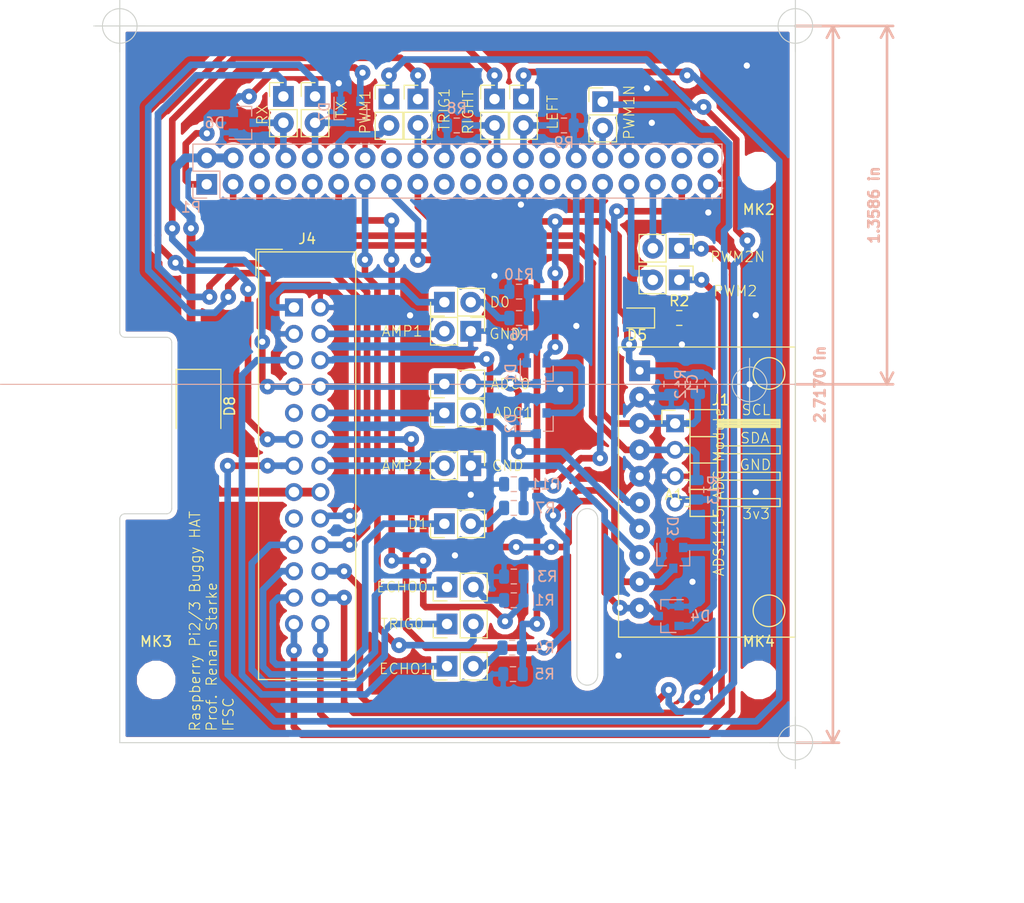
<source format=kicad_pcb>
(kicad_pcb (version 20171130) (host pcbnew 5.0.2+dfsg1-1)
  (title_block (date "15 nov 2012"))
  (layers (0 F.Cu signal) (31 B.Cu signal) (34 B.Paste user) (35 F.Paste user) (36 B.SilkS user) (37 F.SilkS user) (38 B.Mask user) (39 F.Mask user) (44 Edge.Cuts user))
  (net 0 "")
  (net 1 +3V3)
  (net 2 +5V)
  (net 3 GND)
  (net 4 /ID_SD)
  (net 5 /ID_SC)
  (net 6 "/GPIO4(GCLK)")
  (net 7 "/GPIO25(GEN6)")
  (net 8 "/GPIO10(SPI0_MOSI)")
  (net 9 "/GPIO9(SPI0_MISO)")
  (net 10 "/GPIO11(SPI0_SCK)")
  (net 11 /GPIO16)
  (net 12 "/GPIO20(SPI1_MOSI)")
  (net 13 "/GPIO21(SPI1_SCK)")
  (net 14 "Net-(J8-Pad2)")
  (net 15 "GPIO17(GEN0)")
  (net 16 GPIO6)
  (net 17 GPIO5)
  (net 18 "GPIO7(SPI1_CE_N)")
  (net 19 "GPIO8(SPI0_CE_N)")
  (net 20 "Net-(J13-Pad2)")
  (net 21 "Net-(J10-Pad2)")
  (net 22 "Net-(D5-Pad1)")
  (net 23 "Net-(J12-Pad2)")
  (net 24 A1)
  (net 25 A0)
  (net 26 A3)
  (net 27 "GPIO14(TXD0)")
  (net 28 "GPIO15(RXD0)")
  (net 29 "GPIO2(SDA1)")
  (net 30 "GPIO3(SCL1)")
  (net 31 "GPIO18(GEN1)(PWM0)")
  (net 32 "GPIO27(GEN2)")
  (net 33 "GPIO24(GEN5)")
  (net 34 "GPIO12(PWM0)")
  (net 35 "GPIO13(PWM1)")
  (net 36 "GPIO19(SPI1_MISO)")
  (net 37 GPIO26)
  (net 38 D0)
  (net 39 AMP1)
  (net 40 Echo1)
  (net 41 ADC0)
  (net 42 Trig1)
  (net 43 ADC1)
  (net 44 R_TCRT)
  (net 45 AMP2)
  (net 46 L_TCRT)
  (net 47 TXB)
  (net 48 RXB)
  (net 49 Trig0)
  (net 50 PWM1)
  (net 51 Echo0)
  (net 52 PWM1N)
  (net 53 D1)
  (net 54 PWM2)
  (net 55 PWM2N)
  (net 56 A2)
  (net 57 "/GPIO23(GEN4)")
  (net 58 "GPIO22(GEN3)")
  (net 59 +5VP)
  (net 60 "Net-(J4-Pad9)")
  (net 61 "Net-(J4-Pad17)")
  (module Connector_IDC:IDC-Header_2x13_P2.54mm_Vertical (layer F.Cu) (at 216.764 110.63)
    (fp_text reference J4 (at 1.27 -6.604) (layer F.SilkS))
    (fp_text value Conn_02x13_Odd_Even)
    (pad 1 thru_hole rect (at 0 0) (size 1.7272 1.7272) (drill 1.016) (layers *.Cu *.Mask) (net 38 D0))
    (pad 2 thru_hole oval (at 2.54 0) (size 1.7272 1.7272) (drill 1.016) (layers *.Cu *.Mask) (net 3 GND))
    (pad 3 thru_hole oval (at 0 2.54) (size 1.7272 1.7272) (drill 1.016) (layers *.Cu *.Mask) (net 3 GND))
    (pad 4 thru_hole oval (at 2.54 2.54) (size 1.7272 1.7272) (drill 1.016) (layers *.Cu *.Mask) (net 39 AMP1))
    (pad 5 thru_hole oval (at 0 5.08) (size 1.7272 1.7272) (drill 1.016) (layers *.Cu *.Mask) (net 40 Echo1))
    (pad 6 thru_hole oval (at 2.54 5.08) (size 1.7272 1.7272) (drill 1.016) (layers *.Cu *.Mask) (net 26 A3))
    (pad 7 thru_hole oval (at 0 7.62) (size 1.7272 1.7272) (drill 1.016) (layers *.Cu *.Mask) (net 42 Trig1))
    (pad 8 thru_hole oval (at 2.54 7.62) (size 1.7272 1.7272) (drill 1.016) (layers *.Cu *.Mask) (net 41 ADC0))
    (pad 9 thru_hole oval (at 0 10.16) (size 1.7272 1.7272) (drill 1.016) (layers *.Cu *.Mask) (net 60 "Net-(J4-Pad9)"))
    (pad 10 thru_hole oval (at 2.54 10.16) (size 1.7272 1.7272) (drill 1.016) (layers *.Cu *.Mask) (net 43 ADC1))
    (pad 11 thru_hole oval (at 0 12.7) (size 1.7272 1.7272) (drill 1.016) (layers *.Cu *.Mask) (net 44 R_TCRT))
    (pad 12 thru_hole oval (at 2.54 12.7) (size 1.7272 1.7272) (drill 1.016) (layers *.Cu *.Mask) (net 56 A2))
    (pad 13 thru_hole oval (at 0 15.24) (size 1.7272 1.7272) (drill 1.016) (layers *.Cu *.Mask) (net 46 L_TCRT))
    (pad 14 thru_hole oval (at 2.54 15.24) (size 1.7272 1.7272) (drill 1.016) (layers *.Cu *.Mask) (net 45 AMP2))
    (pad 15 thru_hole oval (at 0 17.78) (size 1.7272 1.7272) (drill 1.016) (layers *.Cu *.Mask) (net 59 +5VP))
    (pad 16 thru_hole oval (at 2.54 17.78) (size 1.7272 1.7272) (drill 1.016) (layers *.Cu *.Mask) (net 59 +5VP))
    (pad 17 thru_hole oval (at 0 20.32) (size 1.7272 1.7272) (drill 1.016) (layers *.Cu *.Mask) (net 61 "Net-(J4-Pad17)"))
    (pad 18 thru_hole oval (at 2.54 20.32) (size 1.7272 1.7272) (drill 1.016) (layers *.Cu *.Mask) (net 47 TXB))
    (pad 19 thru_hole oval (at 0 22.86) (size 1.7272 1.7272) (drill 1.016) (layers *.Cu *.Mask) (net 49 Trig0))
    (pad 20 thru_hole oval (at 2.54 22.86) (size 1.7272 1.7272) (drill 1.016) (layers *.Cu *.Mask) (net 48 RXB))
    (pad 21 thru_hole oval (at 0 25.4) (size 1.7272 1.7272) (drill 1.016) (layers *.Cu *.Mask) (net 51 Echo0))
    (pad 22 thru_hole oval (at 2.54 25.4) (size 1.7272 1.7272) (drill 1.016) (layers *.Cu *.Mask) (net 50 PWM1))
    (pad 23 thru_hole oval (at 0 27.94) (size 1.7272 1.7272) (drill 1.016) (layers *.Cu *.Mask) (net 53 D1))
    (pad 24 thru_hole oval (at 2.54 27.94) (size 1.7272 1.7272) (drill 1.016) (layers *.Cu *.Mask) (net 52 PWM1N))
    (pad 25 thru_hole oval (at 0 30.48) (size 1.7272 1.7272) (drill 1.016) (layers *.Cu *.Mask) (net 55 PWM2N))
    (pad 26 thru_hole oval (at 2.54 30.48) (size 1.7272 1.7272) (drill 1.016) (layers *.Cu *.Mask) (net 54 PWM2))
  )
  (module Connector_PinHeader_2.54mm:PinHeader_1x04_P2.54mm_Horizontal (layer F.Cu) (at 253.44668 121.80092)
    (fp_text reference J1 (at 4.385 -2.27) (layer F.SilkS))
    (fp_text value Conn_01x04_Male)
    (pad 1 thru_hole rect (at 0 0) (size 1.7 1.7) (drill 1) (layers *.Cu *.Mask) (net 30 "GPIO3(SCL1)"))
    (pad 2 thru_hole oval (at 0 2.54) (size 1.7 1.7) (drill 1) (layers *.Cu *.Mask) (net 29 "GPIO2(SDA1)"))
    (pad 3 thru_hole oval (at 0 5.08) (size 1.7 1.7) (drill 1) (layers *.Cu *.Mask) (net 3 GND))
    (pad 4 thru_hole oval (at 0 7.62) (size 1.7 1.7) (drill 1) (layers *.Cu *.Mask) (net 1 +3V3))
  )
  (module Resistor_SMD:R_0805_2012Metric (layer B.Cu) (at 255.49392 128.19156 90)
    (fp_text reference R13 (at 0 1.65 90) (layer B.SilkS) (effects (justify mirror)))
    (fp_text value 2k2)
    (pad 2 smd roundrect (at 0.9375 0 90) (size 0.975 1.4) (layers B.Cu B.Paste B.Mask) (net 29 "GPIO2(SDA1)"))
    (pad 1 smd roundrect (at -0.9375 0 90) (size 0.975 1.4) (layers B.Cu B.Paste B.Mask) (net 1 +3V3))
  )
  (module Resistor_SMD:R_0805_2012Metric (layer B.Cu) (at 255.62092 118.0191 270)
    (fp_text reference R12 (at 0 1.65 270) (layer B.SilkS) (effects (justify mirror)))
    (fp_text value 2k2)
    (pad 1 smd roundrect (at -0.9375 0 270) (size 0.975 1.4) (layers B.Cu B.Paste B.Mask) (net 1 +3V3))
    (pad 2 smd roundrect (at 0.9375 0 270) (size 0.975 1.4) (layers B.Cu B.Paste B.Mask) (net 30 "GPIO3(SCL1)"))
  )
  (module Diode_SMD:D_SMB (layer F.Cu) (at 207.57936 120.1386 270)
    (fp_text reference D8 (at 0 -3 270) (layer F.SilkS))
    (fp_text value D_Schottky)
    (pad 1 smd rect (at -2.15 0 270) (size 2.5 2.3) (layers F.Cu F.Paste F.Mask) (net 2 +5V))
    (pad 2 smd rect (at 2.15 0 270) (size 2.5 2.3) (layers F.Cu F.Paste F.Mask) (net 59 +5VP))
  )
  (module Charleslabs_Parts:ADC1115_ADC_Module (layer F.Cu) (at 250.038 116.726)
    (fp_text reference A1 (at 3.302 11.938) (layer F.SilkS))
    (fp_text value ADS1115_ADC_Module)
    (pad 10 thru_hole circle (at 0 22.86) (size 2 2) (drill 0.762) (layers *.Cu *.Mask) (net 26 A3))
    (pad 9 thru_hole circle (at 0 20.32) (size 2 2) (drill 0.762) (layers *.Cu *.Mask) (net 56 A2))
    (pad 8 thru_hole circle (at 0 17.78) (size 2 2) (drill 0.762) (layers *.Cu *.Mask) (net 24 A1))
    (pad 7 thru_hole circle (at 0 15.24) (size 2 2) (drill 0.762) (layers *.Cu *.Mask) (net 25 A0))
    (pad 6 thru_hole circle (at 0 12.7) (size 2 2) (drill 0.762) (layers *.Cu *.Mask) (net 37 GPIO26))
    (pad 5 thru_hole circle (at 0 10.16) (size 2 2) (drill 0.762) (layers *.Cu *.Mask) (net 3 GND))
    (pad 4 thru_hole circle (at 0 7.62) (size 2 2) (drill 0.762) (layers *.Cu *.Mask) (net 29 "GPIO2(SDA1)"))
    (pad 3 thru_hole circle (at 0 5.08) (size 2 2) (drill 0.762) (layers *.Cu *.Mask) (net 30 "GPIO3(SCL1)"))
    (pad 2 thru_hole circle (at 0 2.54) (size 2 2) (drill 0.762) (layers *.Cu *.Mask) (net 3 GND))
    (pad 1 thru_hole rect (at 0 0) (size 2 2) (drill 0.762) (layers *.Cu *.Mask) (net 1 +3V3))
  )
  (module Capacitor_SMD:C_0805_2012Metric_Pad1.15x1.40mm_HandSolder (layer B.Cu) (at 253.086 118.005 270)
    (fp_text reference C1 (at -0.009 -2.032 270) (layer B.SilkS) (effects (justify mirror)))
    (fp_text value 100n)
    (pad 2 smd roundrect (at 1.025 0 270) (size 1.15 1.4) (layers B.Cu B.Paste B.Mask) (roundrect_rratio 0.217391) (net 3 GND))
    (pad 1 smd roundrect (at -1.025 0 270) (size 1.15 1.4) (layers B.Cu B.Paste B.Mask) (roundrect_rratio 0.217391) (net 1 +3V3))
  )
  (module Connector_PinHeader_2.54mm:PinHeader_1x02_P2.54mm_Vertical (layer F.Cu) (at 218.796 90.31)
    (fp_text reference J21 hide)
    (fp_text value Conn_01x02_Male)
    (pad 2 thru_hole oval (at 0 2.54) (size 2 2) (drill 1) (layers *.Cu *.Mask) (net 28 "GPIO15(RXD0)"))
    (pad 1 thru_hole rect (at 0 0) (size 2 2) (drill 1) (layers *.Cu *.Mask) (net 47 TXB))
  )
  (module Connector_PinHeader_2.54mm:PinHeader_1x02_P2.54mm_Vertical (layer F.Cu) (at 215.748 90.31)
    (fp_text reference J20 hide)
    (fp_text value Conn_01x02_Male)
    (pad 2 thru_hole oval (at 0 2.54) (size 2 2) (drill 1) (layers *.Cu *.Mask) (net 27 "GPIO14(TXD0)"))
    (pad 1 thru_hole rect (at 0 0) (size 2 2) (drill 1) (layers *.Cu *.Mask) (net 48 RXB))
  )
  (module Connector_PinHeader_2.54mm:PinHeader_1x02_P2.54mm_Vertical (layer F.Cu) (at 253.848 107.97824 270)
    (fp_text reference J18 hide)
    (fp_text value Conn_01x02_Male)
    (pad 2 thru_hole oval (at 0 2.54 270) (size 2 2) (drill 1) (layers *.Cu *.Mask) (net 35 "GPIO13(PWM1)"))
    (pad 1 thru_hole rect (at 0 0 270) (size 2 2) (drill 1) (layers *.Cu *.Mask) (net 54 PWM2))
  )
  (module Connector_PinHeader_2.54mm:PinHeader_1x02_P2.54mm_Vertical (layer F.Cu) (at 231.242 117.996 90)
    (fp_text reference J2 hide)
    (fp_text value Conn_01x02_Male)
    (pad 2 thru_hole oval (at 0 2.54 90) (size 2 2) (drill 1) (layers *.Cu *.Mask) (net 25 A0))
    (pad 1 thru_hole rect (at 0 0 90) (size 2 2) (drill 1) (layers *.Cu *.Mask) (net 41 ADC0))
  )
  (module Connector_PinHeader_2.54mm:PinHeader_1x02_P2.54mm_Vertical (layer F.Cu) (at 231.242 120.79 90)
    (fp_text reference J3 hide)
    (fp_text value Conn_01x02_Male)
    (pad 2 thru_hole oval (at 0 2.54 90) (size 2 2) (drill 1) (layers *.Cu *.Mask) (net 24 A1))
    (pad 1 thru_hole rect (at 0 0 90) (size 2 2) (drill 1) (layers *.Cu *.Mask) (net 43 ADC1))
  )
  (module Connector_PinHeader_2.54mm:PinHeader_1x02_P2.54mm_Vertical (layer F.Cu) (at 233.782 112.916 270)
    (fp_text reference J6 hide)
    (fp_text value Conn_01x02_Male)
    (pad 2 thru_hole oval (at 0 2.54 270) (size 2 2) (drill 1) (layers *.Cu *.Mask) (net 39 AMP1))
    (pad 1 thru_hole rect (at 0 0 270) (size 2 2) (drill 1) (layers *.Cu *.Mask) (net 3 GND))
  )
  (module Connector_PinHeader_2.54mm:PinHeader_1x02_P2.54mm_Vertical (layer F.Cu) (at 233.782 125.87 270)
    (fp_text reference J7 hide)
    (fp_text value Conn_01x02_Male)
    (pad 2 thru_hole oval (at 0 2.54 270) (size 2 2) (drill 1) (layers *.Cu *.Mask) (net 45 AMP2))
    (pad 1 thru_hole rect (at 0 0 270) (size 2 2) (drill 1) (layers *.Cu *.Mask) (net 3 GND))
  )
  (module Connector_PinHeader_2.54mm:PinHeader_1x02_P2.54mm_Vertical (layer F.Cu) (at 231.496 137.554 90)
    (fp_text reference J8 hide)
    (fp_text value Conn_01x02_Male)
    (pad 2 thru_hole oval (at 0 2.54 90) (size 2 2) (drill 1) (layers *.Cu *.Mask) (net 14 "Net-(J8-Pad2)"))
    (pad 1 thru_hole rect (at 0 0 90) (size 2 2) (drill 1) (layers *.Cu *.Mask) (net 51 Echo0))
  )
  (module Connector_PinHeader_2.54mm:PinHeader_1x02_P2.54mm_Vertical (layer F.Cu) (at 231.496 141.11 90)
    (fp_text reference J9 hide)
    (fp_text value Conn_01x02_Male)
    (pad 2 thru_hole oval (at 0 2.54 90) (size 2 2) (drill 1) (layers *.Cu *.Mask) (net 32 "GPIO27(GEN2)"))
    (pad 1 thru_hole rect (at 0 0 90) (size 2 2) (drill 1) (layers *.Cu *.Mask) (net 49 Trig0))
  )
  (module Connector_PinHeader_2.54mm:PinHeader_1x02_P2.54mm_Vertical (layer F.Cu) (at 231.496 145.174 90)
    (fp_text reference J10 hide)
    (fp_text value Conn_01x02_Male)
    (pad 2 thru_hole oval (at 0 2.54 90) (size 2 2) (drill 1) (layers *.Cu *.Mask) (net 21 "Net-(J10-Pad2)"))
    (pad 1 thru_hole rect (at 0 0 90) (size 2 2) (drill 1) (layers *.Cu *.Mask) (net 40 Echo1))
  )
  (module Connector_PinHeader_2.54mm:PinHeader_1x02_P2.54mm_Vertical (layer F.Cu) (at 228.702 90.564)
    (fp_text reference J11 hide)
    (fp_text value Conn_01x02_Male)
    (pad 2 thru_hole oval (at 0 2.54) (size 2 2) (drill 1) (layers *.Cu *.Mask) (net 33 "GPIO24(GEN5)"))
    (pad 1 thru_hole rect (at 0 0) (size 2 2) (drill 1) (layers *.Cu *.Mask) (net 42 Trig1))
  )
  (module Connector_PinHeader_2.54mm:PinHeader_1x02_P2.54mm_Vertical (layer F.Cu) (at 231.242 110.122 90)
    (fp_text reference J12 hide)
    (fp_text value Conn_01x02_Male)
    (pad 2 thru_hole oval (at 0 2.54 90) (size 2 2) (drill 1) (layers *.Cu *.Mask) (net 23 "Net-(J12-Pad2)"))
    (pad 1 thru_hole rect (at 0 0 90) (size 2 2) (drill 1) (layers *.Cu *.Mask) (net 38 D0))
  )
  (module Connector_PinHeader_2.54mm:PinHeader_1x02_P2.54mm_Vertical (layer F.Cu) (at 231.242 131.458 90)
    (fp_text reference J13 hide)
    (fp_text value Conn_01x02_Male)
    (pad 2 thru_hole oval (at 0 2.54 90) (size 2 2) (drill 1) (layers *.Cu *.Mask) (net 20 "Net-(J13-Pad2)"))
    (pad 1 thru_hole rect (at 0 0 90) (size 2 2) (drill 1) (layers *.Cu *.Mask) (net 53 D1))
  )
  (module Connector_PinHeader_2.54mm:PinHeader_1x02_P2.54mm_Vertical (layer F.Cu) (at 225.908 90.564)
    (fp_text reference J14 hide)
    (fp_text value Conn_01x02_Male)
    (pad 2 thru_hole oval (at 0 2.54) (size 2 2) (drill 1) (layers *.Cu *.Mask) (net 31 "GPIO18(GEN1)(PWM0)"))
    (pad 1 thru_hole rect (at 0 0) (size 2 2) (drill 1) (layers *.Cu *.Mask) (net 50 PWM1))
  )
  (module Connector_PinHeader_2.54mm:PinHeader_1x02_P2.54mm_Vertical (layer F.Cu) (at 236.068 90.564)
    (fp_text reference J16 hide)
    (fp_text value Conn_01x02_Male)
    (pad 2 thru_hole oval (at 0 2.54) (size 2 2) (drill 1) (layers *.Cu *.Mask) (net 19 "GPIO8(SPI0_CE_N)"))
    (pad 1 thru_hole rect (at 0 0) (size 2 2) (drill 1) (layers *.Cu *.Mask) (net 44 R_TCRT))
  )
  (module Connector_PinHeader_2.54mm:PinHeader_1x02_P2.54mm_Vertical (layer F.Cu) (at 238.862 90.564)
    (fp_text reference J17 hide)
    (fp_text value Conn_01x02_Male)
    (pad 2 thru_hole oval (at 0 2.54) (size 2 2) (drill 1) (layers *.Cu *.Mask) (net 18 "GPIO7(SPI1_CE_N)"))
    (pad 1 thru_hole rect (at 0 0) (size 2 2) (drill 1) (layers *.Cu *.Mask) (net 46 L_TCRT))
  )
  (module Connector_PinHeader_2.54mm:PinHeader_1x02_P2.54mm_Vertical (layer F.Cu) (at 253.848 104.93024 270)
    (fp_text reference J19 hide)
    (fp_text value Conn_01x02_Male)
    (pad 2 thru_hole oval (at 0 2.54 270) (size 2 2) (drill 1) (layers *.Cu *.Mask) (net 36 "GPIO19(SPI1_MISO)"))
    (pad 1 thru_hole rect (at 0 0 270) (size 2 2) (drill 1) (layers *.Cu *.Mask) (net 55 PWM2N))
  )
  (module Connector_PinHeader_2.54mm:PinHeader_1x02_P2.54mm_Vertical (layer F.Cu) (at 246.482 90.818)
    (fp_text reference J15 hide)
    (fp_text value Conn_01x02_Male)
    (pad 2 thru_hole oval (at 0 2.54) (size 2 2) (drill 1) (layers *.Cu *.Mask) (net 34 "GPIO12(PWM0)"))
    (pad 1 thru_hole rect (at 0 0) (size 2 2) (drill 1) (layers *.Cu *.Mask) (net 52 PWM1N))
  )
  (module LED_SMD:LED_0805_2012Metric (layer F.Cu) (at 249.784 111.646 180)
    (fp_text reference D5 (at 0 -1.65 180) (layer F.SilkS))
    (fp_text value LED)
    (pad 2 smd roundrect (at 0.9375 0 180) (size 0.975 1.4) (layers F.Cu F.Paste F.Mask) (net 1 +3V3))
    (pad 1 smd roundrect (at -0.9375 0 180) (size 0.975 1.4) (layers F.Cu F.Paste F.Mask) (net 22 "Net-(D5-Pad1)"))
  )
  (module Package_TO_SOT_SMD:SOT-23 (layer B.Cu) (at 222.1996 91.7832 270)
    (fp_text reference D7 (at 0 2.5 270) (layer B.SilkS) (effects (justify mirror)))
    (fp_text value BAT54S)
    (pad 3 smd rect (at 1 0 270) (size 0.9 0.8) (layers B.Cu B.Paste B.Mask) (net 28 "GPIO15(RXD0)"))
    (pad 2 smd rect (at -1 -0.95 270) (size 0.9 0.8) (layers B.Cu B.Paste B.Mask) (net 1 +3V3))
    (pad 1 smd rect (at -1 0.95 270) (size 0.9 0.8) (layers B.Cu B.Paste B.Mask) (net 3 GND))
  )
  (module Package_TO_SOT_SMD:SOT-23 (layer B.Cu) (at 211.938 92.85)
    (fp_text reference D6 (at -2.794 0) (layer B.SilkS) (effects (justify mirror)))
    (fp_text value BAT54S)
    (pad 3 smd rect (at 1 0) (size 0.9 0.8) (layers B.Cu B.Paste B.Mask) (net 27 "GPIO14(TXD0)"))
    (pad 2 smd rect (at -1 -0.95) (size 0.9 0.8) (layers B.Cu B.Paste B.Mask) (net 1 +3V3))
    (pad 1 smd rect (at -1 0.95) (size 0.9 0.8) (layers B.Cu B.Paste B.Mask) (net 3 GND))
  )
  (module Package_TO_SOT_SMD:SOT-23 (layer B.Cu) (at 252.832 140.348 180)
    (fp_text reference D4 (at -3.048 0 180) (layer B.SilkS) (effects (justify mirror)))
    (fp_text value BAT54S)
    (pad 3 smd rect (at 1 0 180) (size 0.9 0.8) (layers B.Cu B.Paste B.Mask) (net 26 A3))
    (pad 2 smd rect (at -1 -0.95 180) (size 0.9 0.8) (layers B.Cu B.Paste B.Mask) (net 1 +3V3))
    (pad 1 smd rect (at -1 0.95 180) (size 0.9 0.8) (layers B.Cu B.Paste B.Mask) (net 3 GND))
  )
  (module Package_TO_SOT_SMD:SOT-23 (layer B.Cu) (at 253.274 134.744 270)
    (fp_text reference D3 (at -3.048 0 270) (layer B.SilkS) (effects (justify mirror)))
    (fp_text value BAT54S)
    (pad 3 smd rect (at 1 0 270) (size 0.9 0.8) (layers B.Cu B.Paste B.Mask) (net 56 A2))
    (pad 2 smd rect (at -1 -0.95 270) (size 0.9 0.8) (layers B.Cu B.Paste B.Mask) (net 1 +3V3))
    (pad 1 smd rect (at -1 0.95 270) (size 0.9 0.8) (layers B.Cu B.Paste B.Mask) (net 3 GND))
  )
  (module Package_TO_SOT_SMD:SOT-23 (layer B.Cu) (at 240.132 116.964 270)
    (fp_text reference D1 (at 0 2.5 270) (layer B.SilkS) (effects (justify mirror)))
    (fp_text value BAT54S)
    (pad 3 smd rect (at 1 0 270) (size 0.9 0.8) (layers B.Cu B.Paste B.Mask) (net 25 A0))
    (pad 2 smd rect (at -1 -0.95 270) (size 0.9 0.8) (layers B.Cu B.Paste B.Mask) (net 1 +3V3))
    (pad 1 smd rect (at -1 0.95 270) (size 0.9 0.8) (layers B.Cu B.Paste B.Mask) (net 3 GND))
  )
  (module Package_TO_SOT_SMD:SOT-23 (layer B.Cu) (at 240.132 121.79 270)
    (fp_text reference D2 (at 0 2.5 270) (layer B.SilkS) (effects (justify mirror)))
    (fp_text value BAT54S)
    (pad 3 smd rect (at 1 0 270) (size 0.9 0.8) (layers B.Cu B.Paste B.Mask) (net 24 A1))
    (pad 2 smd rect (at -1 -0.95 270) (size 0.9 0.8) (layers B.Cu B.Paste B.Mask) (net 1 +3V3))
    (pad 1 smd rect (at -1 0.95 270) (size 0.9 0.8) (layers B.Cu B.Paste B.Mask) (net 3 GND))
  )
  (module Resistor_SMD:R_0805_2012Metric (layer B.Cu) (at 238.4325 111.646)
    (fp_text reference R6 (at 0 1.65) (layer B.SilkS) (effects (justify mirror)))
    (fp_text value 10k)
    (pad 2 smd roundrect (at 0.9375 0) (size 0.975 1.4) (layers B.Cu B.Paste B.Mask) (net 17 GPIO5))
    (pad 1 smd roundrect (at -0.9375 0) (size 0.975 1.4) (layers B.Cu B.Paste B.Mask) (net 23 "Net-(J12-Pad2)"))
  )
  (module Resistor_SMD:R_0805_2012Metric (layer F.Cu) (at 253.848 111.646)
    (fp_text reference R2 (at 0 -1.65) (layer F.SilkS))
    (fp_text value 820R)
    (pad 2 smd roundrect (at 0.9375 0) (size 0.975 1.4) (layers F.Cu F.Paste F.Mask) (net 3 GND))
    (pad 1 smd roundrect (at -0.9375 0) (size 0.975 1.4) (layers F.Cu F.Paste F.Mask) (net 22 "Net-(D5-Pad1)"))
  )
  (module Resistor_SMD:R_0805_2012Metric (layer B.Cu) (at 237.9245 136.538 180)
    (fp_text reference R3 (at -3.2235 0 180) (layer B.SilkS) (effects (justify mirror)))
    (fp_text value 18k)
    (pad 2 smd roundrect (at 0.9375 0 180) (size 0.975 1.4) (layers B.Cu B.Paste B.Mask) (net 3 GND))
    (pad 1 smd roundrect (at -0.9375 0 180) (size 0.975 1.4) (layers B.Cu B.Paste B.Mask) (net 15 "GPIO17(GEN0)"))
  )
  (module Resistor_SMD:R_0805_2012Metric (layer B.Cu) (at 237.7675 143.396)
    (fp_text reference R4 (at 3.1265 0) (layer B.SilkS) (effects (justify mirror)))
    (fp_text value 10k)
    (pad 2 smd roundrect (at 0.9375 0) (size 0.975 1.4) (layers B.Cu B.Paste B.Mask) (net 58 "GPIO22(GEN3)"))
    (pad 1 smd roundrect (at -0.9375 0) (size 0.975 1.4) (layers B.Cu B.Paste B.Mask) (net 21 "Net-(J10-Pad2)"))
  )
  (module Resistor_SMD:R_0805_2012Metric (layer B.Cu) (at 237.846 145.936 180)
    (fp_text reference R5 (at -3.048 0 180) (layer B.SilkS) (effects (justify mirror)))
    (fp_text value 18k)
    (pad 2 smd roundrect (at 0.9375 0 180) (size 0.975 1.4) (layers B.Cu B.Paste B.Mask) (net 3 GND))
    (pad 1 smd roundrect (at -0.9375 0 180) (size 0.975 1.4) (layers B.Cu B.Paste B.Mask) (net 58 "GPIO22(GEN3)"))
  )
  (module Resistor_SMD:R_0805_2012Metric (layer B.Cu) (at 237.9245 129.934)
    (fp_text reference R7 (at 3.048 0) (layer B.SilkS) (effects (justify mirror)))
    (fp_text value 10k)
    (pad 2 smd roundrect (at 0.9375 0) (size 0.975 1.4) (layers B.Cu B.Paste B.Mask) (net 16 GPIO6))
    (pad 1 smd roundrect (at -0.9375 0) (size 0.975 1.4) (layers B.Cu B.Paste B.Mask) (net 20 "Net-(J13-Pad2)"))
  )
  (module Resistor_SMD:R_0805_2012Metric (layer B.Cu) (at 232.4335 93.104 180)
    (fp_text reference R8 (at 0 1.65 180) (layer B.SilkS) (effects (justify mirror)))
    (fp_text value 18k)
    (pad 2 smd roundrect (at 0.9375 0 180) (size 0.975 1.4) (layers B.Cu B.Paste B.Mask) (net 3 GND))
    (pad 1 smd roundrect (at -0.9375 0 180) (size 0.975 1.4) (layers B.Cu B.Paste B.Mask) (net 19 "GPIO8(SPI0_CE_N)"))
  )
  (module Resistor_SMD:R_0805_2012Metric (layer B.Cu) (at 242.7505 93.104)
    (fp_text reference R9 (at 0 1.65) (layer B.SilkS) (effects (justify mirror)))
    (fp_text value 18k)
    (pad 2 smd roundrect (at 0.9375 0) (size 0.975 1.4) (layers B.Cu B.Paste B.Mask) (net 3 GND))
    (pad 1 smd roundrect (at -0.9375 0) (size 0.975 1.4) (layers B.Cu B.Paste B.Mask) (net 18 "GPIO7(SPI1_CE_N)"))
  )
  (module Resistor_SMD:R_0805_2012Metric (layer B.Cu) (at 238.4325 109.106 180)
    (fp_text reference R10 (at 0 1.65 180) (layer B.SilkS) (effects (justify mirror)))
    (fp_text value 18k)
    (pad 2 smd roundrect (at 0.9375 0 180) (size 0.975 1.4) (layers B.Cu B.Paste B.Mask) (net 3 GND))
    (pad 1 smd roundrect (at -0.9375 0 180) (size 0.975 1.4) (layers B.Cu B.Paste B.Mask) (net 17 GPIO5))
  )
  (module Resistor_SMD:R_0805_2012Metric (layer B.Cu) (at 237.9245 127.648 180)
    (fp_text reference R11 (at -3.048 0 180) (layer B.SilkS) (effects (justify mirror)))
    (fp_text value 18k)
    (pad 2 smd roundrect (at 0.9375 0 180) (size 0.975 1.4) (layers B.Cu B.Paste B.Mask) (net 3 GND))
    (pad 1 smd roundrect (at -0.9375 0 180) (size 0.975 1.4) (layers B.Cu B.Paste B.Mask) (net 16 GPIO6))
  )
  (module Resistor_SMD:R_0805_2012Metric (layer B.Cu) (at 237.9245 138.824)
    (fp_text reference R1 (at 2.9695 0) (layer B.SilkS) (effects (justify mirror)))
    (fp_text value 10k)
    (pad 2 smd roundrect (at 0.9375 0) (size 0.975 1.4) (layers B.Cu B.Paste B.Mask) (net 15 "GPIO17(GEN0)"))
    (pad 1 smd roundrect (at -0.9375 0) (size 0.975 1.4) (layers B.Cu B.Paste B.Mask) (net 14 "Net-(J8-Pad2)"))
  )
  (module Connector_PinSocket_2.54mm:PinSocket_2x20_P2.54mm_Vertical (layer B.Cu) (at 208.37 98.77 270)
    (fp_text reference P1 (at 2.208 1.512) (layer B.SilkS) (effects (justify mirror)))
    (fp_text value Conn_02x20_Odd_Even)
    (pad 40 thru_hole oval (at -2.54 -48.26 270) (size 2 2) (drill 1) (layers *.Cu *.Mask) (net 13 "/GPIO21(SPI1_SCK)"))
    (pad 39 thru_hole oval (at 0 -48.26 270) (size 2 2) (drill 1) (layers *.Cu *.Mask) (net 3 GND))
    (pad 38 thru_hole oval (at -2.54 -45.72 270) (size 2 2) (drill 1) (layers *.Cu *.Mask) (net 12 "/GPIO20(SPI1_MOSI)"))
    (pad 37 thru_hole oval (at 0 -45.72 270) (size 2 2) (drill 1) (layers *.Cu *.Mask) (net 37 GPIO26))
    (pad 36 thru_hole oval (at -2.54 -43.18 270) (size 2 2) (drill 1) (layers *.Cu *.Mask) (net 11 /GPIO16))
    (pad 35 thru_hole oval (at 0 -43.18 270) (size 2 2) (drill 1) (layers *.Cu *.Mask) (net 36 "GPIO19(SPI1_MISO)"))
    (pad 34 thru_hole oval (at -2.54 -40.64 270) (size 2 2) (drill 1) (layers *.Cu *.Mask) (net 3 GND))
    (pad 33 thru_hole oval (at 0 -40.64 270) (size 2 2) (drill 1) (layers *.Cu *.Mask) (net 35 "GPIO13(PWM1)"))
    (pad 32 thru_hole oval (at -2.54 -38.1 270) (size 2 2) (drill 1) (layers *.Cu *.Mask) (net 34 "GPIO12(PWM0)"))
    (pad 31 thru_hole oval (at 0 -38.1 270) (size 2 2) (drill 1) (layers *.Cu *.Mask) (net 16 GPIO6))
    (pad 30 thru_hole oval (at -2.54 -35.56 270) (size 2 2) (drill 1) (layers *.Cu *.Mask) (net 3 GND))
    (pad 29 thru_hole oval (at 0 -35.56 270) (size 2 2) (drill 1) (layers *.Cu *.Mask) (net 17 GPIO5))
    (pad 28 thru_hole oval (at -2.54 -33.02 270) (size 2 2) (drill 1) (layers *.Cu *.Mask) (net 5 /ID_SC))
    (pad 27 thru_hole oval (at 0 -33.02 270) (size 2 2) (drill 1) (layers *.Cu *.Mask) (net 4 /ID_SD))
    (pad 26 thru_hole oval (at -2.54 -30.48 270) (size 2 2) (drill 1) (layers *.Cu *.Mask) (net 18 "GPIO7(SPI1_CE_N)"))
    (pad 25 thru_hole oval (at 0 -30.48 270) (size 2 2) (drill 1) (layers *.Cu *.Mask) (net 3 GND))
    (pad 24 thru_hole oval (at -2.54 -27.94 270) (size 2 2) (drill 1) (layers *.Cu *.Mask) (net 19 "GPIO8(SPI0_CE_N)"))
    (pad 23 thru_hole oval (at 0 -27.94 270) (size 2 2) (drill 1) (layers *.Cu *.Mask) (net 10 "/GPIO11(SPI0_SCK)"))
    (pad 22 thru_hole oval (at -2.54 -25.4 270) (size 2 2) (drill 1) (layers *.Cu *.Mask) (net 7 "/GPIO25(GEN6)"))
    (pad 21 thru_hole oval (at 0 -25.4 270) (size 2 2) (drill 1) (layers *.Cu *.Mask) (net 9 "/GPIO9(SPI0_MISO)"))
    (pad 20 thru_hole oval (at -2.54 -22.86 270) (size 2 2) (drill 1) (layers *.Cu *.Mask) (net 3 GND))
    (pad 19 thru_hole oval (at 0 -22.86 270) (size 2 2) (drill 1) (layers *.Cu *.Mask) (net 8 "/GPIO10(SPI0_MOSI)"))
    (pad 18 thru_hole oval (at -2.54 -20.32 270) (size 2 2) (drill 1) (layers *.Cu *.Mask) (net 33 "GPIO24(GEN5)"))
    (pad 17 thru_hole oval (at 0 -20.32 270) (size 2 2) (drill 1) (layers *.Cu *.Mask) (net 1 +3V3))
    (pad 16 thru_hole oval (at -2.54 -17.78 270) (size 2 2) (drill 1) (layers *.Cu *.Mask) (net 57 "/GPIO23(GEN4)"))
    (pad 15 thru_hole oval (at 0 -17.78 270) (size 2 2) (drill 1) (layers *.Cu *.Mask) (net 58 "GPIO22(GEN3)"))
    (pad 14 thru_hole oval (at -2.54 -15.24 270) (size 2 2) (drill 1) (layers *.Cu *.Mask) (net 3 GND))
    (pad 13 thru_hole oval (at 0 -15.24 270) (size 2 2) (drill 1) (layers *.Cu *.Mask) (net 32 "GPIO27(GEN2)"))
    (pad 12 thru_hole oval (at -2.54 -12.7 270) (size 2 2) (drill 1) (layers *.Cu *.Mask) (net 31 "GPIO18(GEN1)(PWM0)"))
    (pad 11 thru_hole oval (at 0 -12.7 270) (size 2 2) (drill 1) (layers *.Cu *.Mask) (net 15 "GPIO17(GEN0)"))
    (pad 10 thru_hole oval (at -2.54 -10.16 270) (size 2 2) (drill 1) (layers *.Cu *.Mask) (net 28 "GPIO15(RXD0)"))
    (pad 9 thru_hole oval (at 0 -10.16 270) (size 2 2) (drill 1) (layers *.Cu *.Mask) (net 3 GND))
    (pad 8 thru_hole oval (at -2.54 -7.62 270) (size 2 2) (drill 1) (layers *.Cu *.Mask) (net 27 "GPIO14(TXD0)"))
    (pad 7 thru_hole oval (at 0 -7.62 270) (size 2 2) (drill 1) (layers *.Cu *.Mask) (net 6 "/GPIO4(GCLK)"))
    (pad 6 thru_hole oval (at -2.54 -5.08 270) (size 2 2) (drill 1) (layers *.Cu *.Mask) (net 3 GND))
    (pad 5 thru_hole oval (at 0 -5.08 270) (size 2 2) (drill 1) (layers *.Cu *.Mask) (net 30 "GPIO3(SCL1)"))
    (pad 4 thru_hole oval (at -2.54 -2.54 270) (size 2 2) (drill 1) (layers *.Cu *.Mask) (net 2 +5V))
    (pad 3 thru_hole oval (at 0 -2.54 270) (size 2 2) (drill 1) (layers *.Cu *.Mask) (net 29 "GPIO2(SDA1)"))
    (pad 2 thru_hole oval (at -2.54 0 270) (size 2 2) (drill 1) (layers *.Cu *.Mask) (net 2 +5V))
    (pad 1 thru_hole rect (at 0 0 270) (size 2 2) (drill 1) (layers *.Cu *.Mask) (net 1 +3V3))
  )
  (module MountingHole:MountingHole_2.7mm_M2.5 (layer F.Cu) (at 261.5 146.5)
    (fp_text reference MK4 (at 0 -3.7) (layer F.SilkS))
    (fp_text value M2.5)
    (pad 1 np_thru_hole circle (at 0 0) (size 2.7 2.7) (drill 2.7) (layers *.Cu *.Mask))
  )
  (module MountingHole:MountingHole_2.7mm_M2.5 (layer F.Cu) (at 203.5 146.5)
    (fp_text reference MK3 (at 0 -3.7) (layer F.SilkS))
    (fp_text value M2.5)
    (pad 1 np_thru_hole circle (at 0 0) (size 2.7 2.7) (drill 2.7) (layers *.Cu *.Mask))
  )
  (module MountingHole:MountingHole_2.7mm_M2.5 (layer F.Cu) (at 261.5 97.5 180)
    (fp_text reference MK2 (at 0 -3.7 180) (layer F.SilkS))
    (fp_text value M2.5)
    (pad 1 np_thru_hole circle (at 0 0 180) (size 2.7 2.7) (drill 2.7) (layers *.Cu *.Mask))
  )
  (gr_text 3v3 (at 261.25464 130.50296) (layer F.SilkS) (effects (font (size 1 1) (thickness 0.1))))
  (gr_text GND (at 261.17336 125.77856) (layer F.SilkS) (effects (font (size 1 1) (thickness 0.1))))
  (gr_text SCL (at 261.22924 120.49028) (layer F.SilkS) (effects (font (size 1 1) (thickness 0.1))))
  (gr_text SDA (at 261.11748 123.20808) (layer F.SilkS) (effects (font (size 1 1) (thickness 0.1))))
  (target plus (at 260.61456 118.03156) (size 5) (width 0.1) (layer Edge.Cuts))
  (gr_line (start 265.14084 118.03156) (end 188.52428 118.03156) (layer B.SilkS) (width 0.1))
  (dimension 34.507404 (width 0.25) (layer B.SilkS) (gr_text "34.507 mm" (at 275.34288 100.776822 270) (layer B.SilkS) (effects (font (size 1 1) (thickness 0.25)))) (feature1 (pts (xy 265.024 118.030524) (xy 274.429301 118.030524))) (feature2 (pts (xy 265.024 83.52312) (xy 274.429301 83.52312))) (crossbar (pts (xy 273.84288 83.52312) (xy 273.84288 118.030524))) (arrow1a (pts (xy 273.84288 118.030524) (xy 273.256459 116.90402))) (arrow1b (pts (xy 273.84288 118.030524) (xy 274.429301 116.90402))) (arrow2a (pts (xy 273.84288 83.52312) (xy 273.256459 84.649624))) (arrow2b (pts (xy 273.84288 83.52312) (xy 274.429301 84.649624))))
  (dimension 69.0118 (width 0.25) (layer B.SilkS) (gr_text "69.012 mm" (at 270.13588 118.03918 270) (layer B.SilkS) (effects (font (size 1 1) (thickness 0.25)))) (feature1 (pts (xy 265.024 152.54508) (xy 269.222301 152.54508))) (feature2 (pts (xy 265.024 83.53328) (xy 269.222301 83.53328))) (crossbar (pts (xy 268.63588 83.53328) (xy 268.63588 152.54508))) (arrow1a (pts (xy 268.63588 152.54508) (xy 268.049459 151.418576))) (arrow1b (pts (xy 268.63588 152.54508) (xy 269.222301 151.418576))) (arrow2a (pts (xy 268.63588 83.53328) (xy 268.049459 84.659784))) (arrow2b (pts (xy 268.63588 83.53328) (xy 269.222301 84.659784))))
  (target plus (at 265.024 152.54) (size 5) (width 0.1) (layer Edge.Cuts))
  (target plus (at 265.024 83.52312) (size 5) (width 0.1) (layer Edge.Cuts))
  (target plus (at 200 83.52312) (size 5) (width 0.1) (layer Edge.Cuts))
  (gr_text "Raspberry Pi2/3 Buggy HAT\nProf. Renan Starke\nIFSC\n\n" (at 209.652 151.524 90) (layer F.SilkS) (effects (font (size 1 1) (thickness 0.1)) (justify left)))
  (gr_text "ADS1115 ADC Module" (at 257.658 128.41 90) (layer F.SilkS) (effects (font (size 1 1) (thickness 0.1))))
  (gr_text GND (at 237.084 113.17) (layer F.SilkS) (effects (font (size 1 1) (thickness 0.1))))
  (gr_text ECHO1 (at 227.432 145.428) (layer F.SilkS) (effects (font (size 1 1) (thickness 0.1))))
  (gr_text TRIG0 (at 227.178 141.11) (layer F.SilkS) (effects (font (size 1 1) (thickness 0.1))))
  (gr_text ECHO0 (at 227.178 137.554) (layer F.SilkS) (effects (font (size 1 1) (thickness 0.1))))
  (gr_text D1 (at 228.702 131.458) (layer F.SilkS) (effects (font (size 1 1) (thickness 0.1))))
  (gr_text GND (at 237.338 125.87) (layer F.SilkS) (effects (font (size 1 1) (thickness 0.1))))
  (gr_text AMP2 (at 227.178 125.87) (layer F.SilkS) (effects (font (size 1 1) (thickness 0.1))))
  (gr_text ADC1 (at 237.846 120.79) (layer F.SilkS) (effects (font (size 1 1) (thickness 0.1))))
  (gr_text ADC0 (at 237.592 117.996) (layer F.SilkS) (effects (font (size 1 1) (thickness 0.1))))
  (gr_text AMP1 (at 227.178 112.916) (layer F.SilkS) (effects (font (size 1 1) (thickness 0.1))))
  (gr_text D0 (at 236.576 110.122) (layer F.SilkS) (effects (font (size 1 1) (thickness 0.1))))
  (gr_text PWM2 (at 259.2328 109.04504) (layer F.SilkS) (effects (font (size 1 1) (thickness 0.1))))
  (gr_text PWM2N (at 259.46648 105.7532) (layer F.SilkS) (effects (font (size 1 1) (thickness 0.1))))
  (gr_text RX (at 213.716 92.088 90) (layer F.SilkS) (effects (font (size 1 1) (thickness 0.1))))
  (gr_text TX (at 221.336 91.58 90) (layer F.SilkS) (effects (font (size 1 1) (thickness 0.1))))
  (gr_text PWM1 (at 223.622 91.834 90) (layer F.SilkS) (effects (font (size 1 1) (thickness 0.1))))
  (gr_text TRIG1 (at 231.242 91.58 90) (layer F.SilkS) (effects (font (size 1 1) (thickness 0.1))))
  (gr_text RIGHT (at 233.528 91.834 90) (layer F.SilkS) (effects (font (size 1 1) (thickness 0.1))))
  (gr_text LEFT (at 241.656 91.834 90) (layer F.SilkS) (effects (font (size 1 1) (thickness 0.1))))
  (gr_text PWM1N (at 249.022 91.834 90) (layer F.SilkS) (effects (font (size 1 1) (thickness 0.1))))
  (gr_line (start 244 146) (end 244 131) (layer Edge.Cuts) (width 0.1))
  (gr_line (start 246 131) (end 246 146) (layer Edge.Cuts) (width 0.1))
  (gr_arc (start 245 131) (end 244 131) (angle 180) (layer Edge.Cuts) (width 0.1))
  (gr_arc (start 245 146) (end 246 146) (angle 180) (layer Edge.Cuts) (width 0.1))
  (gr_arc (start 200.5 131) (end 200 131) (angle 89.9) (layer Edge.Cuts) (width 0.1))
  (gr_arc (start 204.5 130) (end 205 130) (angle 90) (layer Edge.Cuts) (width 0.1))
  (gr_arc (start 200.5 113) (end 200.5 113.5) (angle 90) (layer Edge.Cuts) (width 0.1))
  (gr_arc (start 204.5 114) (end 204.5 113.5) (angle 90) (layer Edge.Cuts) (width 0.1))
  (gr_line (start 200 83.52312) (end 200 113) (layer Edge.Cuts) (width 0.1))
  (gr_line (start 265.024 83.523585) (end 200 83.523585) (layer Edge.Cuts) (width 0.1))
  (gr_line (start 204.5 130.5) (end 200.5 130.5) (layer Edge.Cuts) (width 0.1))
  (gr_line (start 205 114) (end 205 130) (layer Edge.Cuts) (width 0.1))
  (gr_line (start 200.5 113.5) (end 204.5 113.5) (layer Edge.Cuts) (width 0.1))
  (gr_line (start 265.024 152.54) (end 265.024 83.52312) (layer Edge.Cuts) (width 0.1))
  (gr_line (start 200 152.54) (end 265.024 152.54) (layer Edge.Cuts) (width 0.1))
  (gr_line (start 200 131) (end 200 152.54) (layer Edge.Cuts) (width 0.1))
  (segment (start 252.832 116.726) (end 253.086 116.98) (width 0.635) (layer B.Cu) (net 1))
  (segment (start 250.038 116.726) (end 252.832 116.726) (width 0.635) (layer B.Cu) (net 1))
  (segment (start 210.938 90.865) (end 211.493 90.31) (width 0.635) (layer B.Cu) (net 1))
  (segment (start 210.938 91.9) (end 210.938 90.865) (width 0.635) (layer B.Cu) (net 1))
  (via (at 212.446 90.31) (size 1.5) (drill 0.6) (layers F.Cu B.Cu) (net 1))
  (segment (start 211.493 90.31) (end 212.446 90.31) (width 0.635) (layer B.Cu) (net 1))
  (via (at 223.368 88.024) (size 1.5) (drill 0.6) (layers F.Cu B.Cu) (net 1))
  (segment (start 206.35 94.882) (end 207.366 93.866) (width 0.635) (layer F.Cu) (net 1))
  (via (at 208.382 93.866) (size 1.5) (drill 0.6) (layers F.Cu B.Cu) (net 1))
  (segment (start 207.366 93.866) (end 208.382 93.866) (width 0.635) (layer F.Cu) (net 1))
  (segment (start 210.938 91.9) (end 208.824 91.9) (width 0.635) (layer B.Cu) (net 1))
  (segment (start 208.382 92.342) (end 208.382 93.866) (width 0.635) (layer B.Cu) (net 1))
  (segment (start 208.824 91.9) (end 208.382 92.342) (width 0.635) (layer B.Cu) (net 1))
  (via (at 241.91 102.348001) (size 1.5) (drill 0.6) (layers F.Cu B.Cu) (net 1))
  (segment (start 241.91 102.348001) (end 246.582001 102.348001) (width 0.635) (layer F.Cu) (net 1))
  (segment (start 246.582001 102.348001) (end 248.006 103.772) (width 0.635) (layer F.Cu) (net 1))
  (segment (start 248.006 110.8055) (end 248.8465 111.646) (width 0.635) (layer F.Cu) (net 1))
  (segment (start 248.006 103.772) (end 248.006 110.8055) (width 0.635) (layer F.Cu) (net 1))
  (segment (start 248.8465 111.646) (end 248.8465 114.0105) (width 0.635) (layer F.Cu) (net 1))
  (via (at 249.022 114.186) (size 1.5) (drill 0.6) (layers F.Cu B.Cu) (net 1))
  (segment (start 248.8465 114.0105) (end 249.022 114.186) (width 0.635) (layer F.Cu) (net 1))
  (segment (start 249.022 115.71) (end 250.038 116.726) (width 0.635) (layer B.Cu) (net 1))
  (segment (start 249.022 114.186) (end 249.022 115.71) (width 0.635) (layer B.Cu) (net 1))
  (via (at 241.91 107.328) (size 1.5) (drill 0.6) (layers F.Cu B.Cu) (net 1))
  (segment (start 241.91 102.348001) (end 241.91 107.328) (width 0.635) (layer B.Cu) (net 1))
  (via (at 241.91 114.44) (size 1.5) (drill 0.6) (layers F.Cu B.Cu) (net 1))
  (segment (start 241.91 107.328) (end 241.91 114.44) (width 0.635) (layer F.Cu) (net 1))
  (segment (start 241.082 115.268) (end 241.91 114.44) (width 0.635) (layer B.Cu) (net 1))
  (segment (start 241.082 115.964) (end 241.082 115.268) (width 0.635) (layer B.Cu) (net 1))
  (segment (start 253.086 116.98) (end 253.886 116.98) (width 0.635) (layer B.Cu) (net 1))
  (segment (start 254.917 141.298) (end 256.004 140.211) (width 0.635) (layer B.Cu) (net 1))
  (segment (start 253.832 141.298) (end 254.917 141.298) (width 0.635) (layer B.Cu) (net 1))
  (segment (start 254.224 133.744) (end 257.15 133.744) (width 0.635) (layer B.Cu) (net 1))
  (segment (start 257.15 133.744) (end 257.15 136.85) (width 0.635) (layer B.Cu) (net 1))
  (segment (start 256.004 140.211) (end 256.271 140.211) (width 0.635) (layer B.Cu) (net 1))
  (segment (start 257.15 139.332) (end 257.15 136.85) (width 0.635) (layer B.Cu) (net 1))
  (segment (start 256.271 140.211) (end 257.15 139.332) (width 0.635) (layer B.Cu) (net 1))
  (segment (start 243.942 115.964) (end 242.117 115.964) (width 0.635) (layer B.Cu) (net 1))
  (segment (start 244.45 120.028) (end 244.45 116.472) (width 0.635) (layer B.Cu) (net 1))
  (segment (start 242.117 115.964) (end 241.082 115.964) (width 0.635) (layer B.Cu) (net 1))
  (segment (start 244.45 116.472) (end 243.942 115.964) (width 0.635) (layer B.Cu) (net 1))
  (segment (start 241.082 120.79) (end 243.688 120.79) (width 0.635) (layer B.Cu) (net 1))
  (segment (start 243.688 120.79) (end 244.45 120.028) (width 0.635) (layer B.Cu) (net 1))
  (segment (start 222.618001 87.528001) (end 223.114 88.024) (width 0.635) (layer F.Cu) (net 1))
  (segment (start 212.446 90.31) (end 215.227999 87.528001) (width 0.635) (layer F.Cu) (net 1))
  (segment (start 215.227999 87.528001) (end 222.618001 87.528001) (width 0.635) (layer F.Cu) (net 1))
  (segment (start 223.236 88.156) (end 223.368 88.024) (width 0.635) (layer B.Cu) (net 1))
  (segment (start 223.1496 88.2424) (end 223.368 88.024) (width 0.635) (layer B.Cu) (net 1))
  (segment (start 223.1496 90.7832) (end 223.1496 88.2424) (width 0.635) (layer B.Cu) (net 1))
  (segment (start 253.9876 117.0816) (end 255.62092 117.0816) (width 0.635) (layer B.Cu) (net 1))
  (segment (start 253.886 116.98) (end 253.9876 117.0816) (width 0.635) (layer B.Cu) (net 1))
  (segment (start 256.42092 117.0816) (end 255.62092 117.0816) (width 0.635) (layer B.Cu) (net 1))
  (segment (start 257.15 117.81068) (end 256.42092 117.0816) (width 0.635) (layer B.Cu) (net 1))
  (segment (start 256.2967 129.12628) (end 257.15 129.12628) (width 0.635) (layer B.Cu) (net 1))
  (segment (start 255.49392 129.12906) (end 256.29392 129.12906) (width 0.635) (layer B.Cu) (net 1))
  (segment (start 257.15 133.744) (end 257.15 129.12628) (width 0.635) (layer B.Cu) (net 1))
  (segment (start 256.29392 129.12906) (end 256.2967 129.12628) (width 0.635) (layer B.Cu) (net 1))
  (segment (start 257.15 129.12628) (end 257.15 117.81068) (width 0.635) (layer B.Cu) (net 1))
  (segment (start 206.35 98.385) (end 206.35 94.882) (width 0.635) (layer F.Cu) (net 1))
  (segment (start 206.735 98.77) (end 206.35 98.385) (width 0.635) (layer F.Cu) (net 1))
  (segment (start 208.37 98.77) (end 206.735 98.77) (width 0.635) (layer F.Cu) (net 1))
  (segment (start 232.268001 102.348001) (end 232.246082 102.36992) (width 0.635) (layer F.Cu) (net 1))
  (segment (start 241.91 102.348001) (end 232.268001 102.348001) (width 0.635) (layer F.Cu) (net 1))
  (segment (start 232.268001 102.348001) (end 230.107561 102.348001) (width 0.635) (layer F.Cu) (net 1))
  (segment (start 228.69 100.93044) (end 228.69 98.77) (width 0.635) (layer F.Cu) (net 1))
  (segment (start 230.107561 102.348001) (end 228.69 100.93044) (width 0.635) (layer F.Cu) (net 1))
  (segment (start 253.73854 129.12906) (end 253.44668 129.42092) (width 0.635) (layer B.Cu) (net 1))
  (segment (start 255.49392 129.12906) (end 253.73854 129.12906) (width 0.635) (layer B.Cu) (net 1))
  (segment (start 210.91 96.23) (end 208.37 96.23) (width 0.85) (layer B.Cu) (net 2))
  (via (at 206.858 103.01) (size 1.5) (drill 0.6) (layers F.Cu B.Cu) (net 2))
  (segment (start 206.790199 102.942199) (end 206.858 103.01) (width 0.85) (layer B.Cu) (net 2))
  (segment (start 206.858 101.94934) (end 205.3848 100.47614) (width 0.85) (layer B.Cu) (net 2))
  (segment (start 206.858 103.01) (end 206.858 101.94934) (width 0.85) (layer B.Cu) (net 2))
  (segment (start 205.3848 100.47614) (end 205.3848 97.1426) (width 0.85) (layer B.Cu) (net 2))
  (segment (start 206.2974 96.23) (end 208.37 96.23) (width 0.85) (layer B.Cu) (net 2))
  (segment (start 205.3848 97.1426) (end 206.2974 96.23) (width 0.85) (layer B.Cu) (net 2))
  (segment (start 206.858 117.26724) (end 207.57936 117.9886) (width 0.85) (layer F.Cu) (net 2))
  (segment (start 206.858 104.07066) (end 206.858 103.01) (width 0.85) (layer F.Cu) (net 2))
  (segment (start 206.858 115.16724) (end 206.858 104.07066) (width 0.85) (layer F.Cu) (net 2))
  (segment (start 207.57936 115.8886) (end 206.858 115.16724) (width 0.85) (layer F.Cu) (net 2))
  (segment (start 207.57936 117.9886) (end 207.57936 115.8886) (width 0.85) (layer F.Cu) (net 2))
  (segment (start 231.496 95.964) (end 231.23 96.23) (width 0.635) (layer B.Cu) (net 3))
  (segment (start 231.496 93.104) (end 231.496 95.964) (width 0.635) (layer B.Cu) (net 3))
  (segment (start 243.688 95.988) (end 243.93 96.23) (width 0.635) (layer B.Cu) (net 3))
  (segment (start 243.688 93.104) (end 243.688 95.988) (width 0.635) (layer B.Cu) (net 3))
  (segment (start 252.85 119.266) (end 253.086 119.03) (width 0.635) (layer B.Cu) (net 3))
  (segment (start 250.038 119.266) (end 252.85 119.266) (width 0.635) (layer B.Cu) (net 3))
  (segment (start 210.988 93.8) (end 211.562 94.374) (width 0.635) (layer B.Cu) (net 3))
  (segment (start 210.938 93.8) (end 210.988 93.8) (width 0.635) (layer B.Cu) (net 3))
  (segment (start 211.562 94.374) (end 213.462 94.374) (width 0.635) (layer B.Cu) (net 3))
  (segment (start 213.45 94.386) (end 213.45 96.23) (width 0.635) (layer B.Cu) (net 3))
  (segment (start 213.462 94.374) (end 213.45 94.386) (width 0.635) (layer B.Cu) (net 3))
  (via (at 261.214 128.41) (size 1.5) (drill 0.6) (layers F.Cu B.Cu) (net 3))
  (via (at 255.118 137.046) (size 1.5) (drill 0.6) (layers F.Cu B.Cu) (net 3))
  (via (at 233.782 128.664) (size 1.5) (drill 0.6) (layers F.Cu B.Cu) (net 3))
  (via (at 232.258 134.506) (size 1.5) (drill 0.6) (layers F.Cu B.Cu) (net 3))
  (via (at 227.94 111.392) (size 1.5) (drill 0.6) (layers F.Cu B.Cu) (net 3))
  (via (at 236.068 107.582) (size 1.5) (drill 0.6) (layers F.Cu B.Cu) (net 3))
  (via (at 237.592 114.44) (size 1.5) (drill 0.6) (layers F.Cu B.Cu) (net 3))
  (via (at 243.942 112.408) (size 1.5) (drill 0.6) (layers F.Cu B.Cu) (net 3))
  (via (at 242.418 118.504) (size 1.5) (drill 0.6) (layers F.Cu B.Cu) (net 3))
  (via (at 221.082 89.04) (size 1.5) (drill 0.6) (layers F.Cu B.Cu) (net 3))
  (via (at 238.608 100.724) (size 1.5) (drill 0.6) (layers F.Cu B.Cu) (net 3))
  (via (at 256.642 101.486) (size 1.5) (drill 0.6) (layers F.Cu B.Cu) (net 3))
  (via (at 248.006 144.158) (size 1.5) (drill 0.6) (layers F.Cu B.Cu) (net 3))
  (via (at 260.3504 87.3382) (size 1.5) (drill 0.6) (layers F.Cu B.Cu) (net 3))
  (via (at 251.2064 92.85) (size 1.5) (drill 0.6) (layers F.Cu B.Cu) (net 3))
  (via (at 260.61456 118.03156) (size 1.5) (drill 0.6) (layers F.Cu B.Cu) (net 3))
  (via (at 250.73904 89.5226) (size 1.5) (drill 0.6) (layers F.Cu B.Cu) (net 3))
  (via (at 254.102 114.19616) (size 1.5) (drill 0.6) (layers F.Cu B.Cu) (net 3))
  (via (at 261.214 111.37168) (size 1.5) (drill 0.6) (layers F.Cu B.Cu) (net 3))
  (segment (start 236.3995 138.824) (end 236.987 138.824) (width 0.635) (layer B.Cu) (net 14))
  (segment (start 235.306 138.824) (end 236.3995 138.824) (width 0.635) (layer B.Cu) (net 14))
  (segment (start 234.036 137.554) (end 235.306 138.824) (width 0.635) (layer B.Cu) (net 14))
  (segment (start 226.1723 135.15) (end 226.1723 135.014) (width 0.635) (layer F.Cu) (net 15))
  (via (at 226.15 106.032411) (size 1.5) (drill 0.6) (layers F.Cu B.Cu) (net 15))
  (segment (start 226.1723 108.4723) (end 226.1723 106.054711) (width 0.635) (layer F.Cu) (net 15))
  (segment (start 226.1723 106.054711) (end 226.15 106.032411) (width 0.635) (layer F.Cu) (net 15))
  (via (at 226.15 102.25) (size 1.5) (drill 0.6) (layers F.Cu B.Cu) (net 15))
  (segment (start 226.15 106.032411) (end 226.15 102.25) (width 0.635) (layer B.Cu) (net 15))
  (segment (start 226.15 102.25) (end 222.05 102.25) (width 0.635) (layer F.Cu) (net 15))
  (segment (start 222.05 102.25) (end 221.05 101.25) (width 0.635) (layer F.Cu) (net 15))
  (segment (start 221.05 98.79) (end 221.07 98.77) (width 0.635) (layer B.Cu) (net 15))
  (via (at 237.084 140.856) (size 1.5) (drill 0.6) (layers F.Cu B.Cu) (net 15))
  (segment (start 238.862 139.078) (end 238.862 138.824) (width 0.635) (layer B.Cu) (net 15))
  (segment (start 237.084 140.856) (end 238.862 139.078) (width 0.635) (layer B.Cu) (net 15))
  (segment (start 238.862 136.538) (end 238.862 138.824) (width 0.635) (layer B.Cu) (net 15))
  (segment (start 226.1723 135.014) (end 226.1723 108.4723) (width 0.635) (layer F.Cu) (net 15))
  (via (at 226.1723 135.014) (size 1.5) (drill 0.6) (layers F.Cu B.Cu) (net 15))
  (segment (start 226.1723 135.014) (end 229.21 135.014) (width 0.635) (layer B.Cu) (net 15))
  (via (at 229.21 135.014) (size 1.5) (drill 0.6) (layers F.Cu B.Cu) (net 15))
  (segment (start 229.21 139.24836) (end 229.21 135.014) (width 0.635) (layer F.Cu) (net 15))
  (segment (start 235.715699 139.487699) (end 229.449339 139.487699) (width 0.635) (layer F.Cu) (net 15))
  (segment (start 229.449339 139.487699) (end 229.21 139.24836) (width 0.635) (layer F.Cu) (net 15))
  (segment (start 237.084 140.856) (end 235.715699 139.487699) (width 0.635) (layer F.Cu) (net 15))
  (segment (start 221.05 100.204213) (end 221.05 101.25) (width 0.635) (layer F.Cu) (net 15))
  (segment (start 221.07 100.184213) (end 221.05 100.204213) (width 0.635) (layer F.Cu) (net 15))
  (segment (start 221.07 98.77) (end 221.07 100.184213) (width 0.635) (layer F.Cu) (net 15))
  (via (at 241.75 127.8) (size 1.5) (drill 0.6) (layers F.Cu B.Cu) (net 16))
  (via (at 246.2277 125.15) (size 1.5) (drill 0.6) (layers F.Cu B.Cu) (net 16))
  (segment (start 241.75 127.8) (end 244.4 125.15) (width 0.635) (layer F.Cu) (net 16))
  (segment (start 244.4 125.15) (end 246.2277 125.15) (width 0.635) (layer F.Cu) (net 16))
  (segment (start 246.47 98.77) (end 246.2277 125.15) (width 0.635) (layer B.Cu) (net 16))
  (segment (start 238.862 127.648) (end 238.862 129.934) (width 0.635) (layer B.Cu) (net 16))
  (segment (start 241.598 127.648) (end 241.75 127.8) (width 0.635) (layer B.Cu) (net 16))
  (segment (start 238.862 127.648) (end 241.598 127.648) (width 0.635) (layer B.Cu) (net 16))
  (segment (start 239.37 109.106) (end 239.37 111.646) (width 0.635) (layer B.Cu) (net 17))
  (segment (start 243.93 98.77) (end 243.93 107.848) (width 0.635) (layer B.Cu) (net 17))
  (segment (start 243.93 107.848) (end 242.672 109.106) (width 0.635) (layer B.Cu) (net 17))
  (segment (start 242.672 109.106) (end 239.37 109.106) (width 0.635) (layer B.Cu) (net 17))
  (segment (start 238.85 93.116) (end 238.862 93.104) (width 0.635) (layer B.Cu) (net 18))
  (segment (start 238.85 96.23) (end 238.85 93.116) (width 0.635) (layer B.Cu) (net 18))
  (segment (start 238.862 93.104) (end 241.813 93.104) (width 0.635) (layer B.Cu) (net 18))
  (segment (start 236.31 93.346) (end 236.068 93.104) (width 0.635) (layer B.Cu) (net 19))
  (segment (start 236.31 96.23) (end 236.31 93.346) (width 0.635) (layer B.Cu) (net 19))
  (segment (start 233.371 93.104) (end 236.068 93.104) (width 0.635) (layer B.Cu) (net 19))
  (segment (start 235.463 131.458) (end 236.987 129.934) (width 0.635) (layer B.Cu) (net 20))
  (segment (start 233.782 131.458) (end 235.463 131.458) (width 0.635) (layer B.Cu) (net 20))
  (segment (start 235.052 145.174) (end 236.83 143.396) (width 0.635) (layer B.Cu) (net 21))
  (segment (start 234.036 145.174) (end 235.052 145.174) (width 0.635) (layer B.Cu) (net 21))
  (segment (start 250.7215 111.646) (end 252.9105 111.646) (width 0.635) (layer F.Cu) (net 22))
  (segment (start 234.984081 110.122) (end 236.508081 111.646) (width 0.635) (layer B.Cu) (net 23))
  (segment (start 233.782 110.122) (end 234.984081 110.122) (width 0.635) (layer B.Cu) (net 23))
  (segment (start 236.508081 111.646) (end 237.495 111.646) (width 0.635) (layer B.Cu) (net 23))
  (segment (start 234.631999 121.639999) (end 236.155999 121.639999) (width 0.635) (layer B.Cu) (net 24))
  (segment (start 233.782 120.79) (end 234.631999 121.639999) (width 0.635) (layer B.Cu) (net 24))
  (segment (start 237.306 122.79) (end 240.132 122.79) (width 0.635) (layer B.Cu) (net 24))
  (segment (start 246.67231 131.14031) (end 246.67231 130.27231) (width 0.635) (layer B.Cu) (net 24))
  (segment (start 250.038 134.506) (end 246.67231 131.14031) (width 0.635) (layer B.Cu) (net 24))
  (segment (start 246.67231 130.27231) (end 242.272301 125.872301) (width 0.635) (layer B.Cu) (net 24))
  (segment (start 236.155999 121.639999) (end 236.616 122.1) (width 0.635) (layer B.Cu) (net 24))
  (segment (start 237.027699 122.511699) (end 236.966 122.45) (width 0.635) (layer B.Cu) (net 24))
  (segment (start 237.5 125.872301) (end 237.027699 125.4) (width 0.635) (layer B.Cu) (net 24))
  (segment (start 237.027699 125.4) (end 237.027699 122.511699) (width 0.635) (layer B.Cu) (net 24))
  (segment (start 242.272301 125.872301) (end 237.5 125.872301) (width 0.635) (layer B.Cu) (net 24))
  (segment (start 236.616 122.1) (end 236.966 122.45) (width 0.635) (layer B.Cu) (net 24))
  (segment (start 236.966 122.45) (end 237.306 122.79) (width 0.635) (layer B.Cu) (net 24))
  (segment (start 240.1 117.996) (end 240.132 117.964) (width 0.635) (layer B.Cu) (net 25))
  (via (at 237.6174 117.9706) (size 1.5) (drill 0.6) (layers F.Cu B.Cu) (net 25))
  (segment (start 236.95 117.996) (end 240.1 117.996) (width 0.635) (layer B.Cu) (net 25))
  (segment (start 233.782 117.996) (end 236.95 117.996) (width 0.635) (layer B.Cu) (net 25))
  (via (at 238.4 124.5) (size 1.5) (drill 0.6) (layers F.Cu B.Cu) (net 25))
  (segment (start 238.3 120.40666) (end 238.3 124.4) (width 0.635) (layer F.Cu) (net 25))
  (segment (start 238.3 124.4) (end 238.4 124.5) (width 0.635) (layer F.Cu) (net 25))
  (segment (start 242.572 124.5) (end 243.372 125.3) (width 0.635) (layer B.Cu) (net 25))
  (segment (start 238.4 124.5) (end 242.572 124.5) (width 0.635) (layer B.Cu) (net 25))
  (segment (start 242.9 124.828) (end 243.372 125.3) (width 0.635) (layer B.Cu) (net 25))
  (segment (start 243.372 125.3) (end 250.038 131.966) (width 0.635) (layer B.Cu) (net 25))
  (segment (start 238.367399 120.339261) (end 238.3 120.40666) (width 0.635) (layer F.Cu) (net 25))
  (segment (start 238.367399 118.720599) (end 238.367399 120.339261) (width 0.635) (layer F.Cu) (net 25))
  (segment (start 237.6174 117.9706) (end 238.367399 118.720599) (width 0.635) (layer F.Cu) (net 25))
  (segment (start 251.07 139.586) (end 251.832 140.348) (width 0.635) (layer B.Cu) (net 26))
  (segment (start 250.038 139.586) (end 251.07 139.586) (width 0.635) (layer B.Cu) (net 26))
  (segment (start 250.038 139.586) (end 248.186 139.586) (width 0.635) (layer B.Cu) (net 26))
  (via (at 248.15 139.55) (size 1.5) (drill 0.6) (layers F.Cu B.Cu) (net 26))
  (segment (start 248.186 139.586) (end 248.15 139.55) (width 0.635) (layer B.Cu) (net 26))
  (segment (start 220.506081 115.71) (end 220.616081 115.6) (width 0.635) (layer B.Cu) (net 26))
  (segment (start 219.304 115.71) (end 220.506081 115.71) (width 0.635) (layer B.Cu) (net 26))
  (via (at 235.3 115.6) (size 1.5) (drill 0.6) (layers F.Cu B.Cu) (net 26))
  (segment (start 220.616081 115.6) (end 235.3 115.6) (width 0.635) (layer B.Cu) (net 26))
  (via (at 238.15 133.7) (size 1.5) (drill 0.6) (layers F.Cu B.Cu) (net 26))
  (via (at 241.5223 133.7) (size 1.5) (drill 0.6) (layers F.Cu B.Cu) (net 26))
  (segment (start 238.15 133.7) (end 241.5223 133.7) (width 0.635) (layer B.Cu) (net 26))
  (segment (start 243.2 133.25) (end 242.75 133.7) (width 0.635) (layer F.Cu) (net 26))
  (segment (start 246.67231 138.07231) (end 246.67231 130.248746) (width 0.635) (layer F.Cu) (net 26))
  (segment (start 248.15 139.55) (end 246.67231 138.07231) (width 0.635) (layer F.Cu) (net 26))
  (segment (start 246.67231 130.248746) (end 245.709845 129.286281) (width 0.635) (layer F.Cu) (net 26))
  (segment (start 242.75 133.7) (end 241.5223 133.7) (width 0.635) (layer F.Cu) (net 26))
  (segment (start 245.709845 129.286281) (end 244.290154 129.286281) (width 0.635) (layer F.Cu) (net 26))
  (segment (start 244.290154 129.286281) (end 243.2 130.376435) (width 0.635) (layer F.Cu) (net 26))
  (segment (start 243.2 130.376435) (end 243.2 133.25) (width 0.635) (layer F.Cu) (net 26))
  (segment (start 236.3 133.7) (end 238.15 133.7) (width 0.635) (layer F.Cu) (net 26))
  (segment (start 235.6362 115.583) (end 235.6362 133.0362) (width 0.635) (layer F.Cu) (net 26))
  (segment (start 235.6362 133.0362) (end 236.3 133.7) (width 0.635) (layer F.Cu) (net 26))
  (segment (start 212.938 92.85) (end 215.748 92.85) (width 0.635) (layer B.Cu) (net 27))
  (segment (start 215.748 95.988) (end 215.99 96.23) (width 0.635) (layer B.Cu) (net 27))
  (segment (start 215.748 92.85) (end 215.748 95.988) (width 0.635) (layer B.Cu) (net 27))
  (segment (start 218.796 95.964) (end 218.53 96.23) (width 0.635) (layer B.Cu) (net 28))
  (segment (start 218.796 92.85) (end 218.796 95.964) (width 0.635) (layer B.Cu) (net 28))
  (segment (start 222.1328 92.85) (end 222.1996 92.7832) (width 0.635) (layer B.Cu) (net 28))
  (segment (start 218.796 92.85) (end 222.1328 92.85) (width 0.635) (layer B.Cu) (net 28))
  (segment (start 255.12308 124.346) (end 255.1688 124.39172) (width 0.635) (layer B.Cu) (net 29))
  (segment (start 250.038 124.346) (end 255.12308 124.346) (width 0.635) (layer B.Cu) (net 29))
  (segment (start 255.49392 124.71684) (end 255.1688 124.39172) (width 0.635) (layer B.Cu) (net 29))
  (segment (start 255.49392 127.25406) (end 255.49392 124.71684) (width 0.635) (layer B.Cu) (net 29))
  (segment (start 210.91 101.474) (end 210.91 98.77) (width 0.635) (layer F.Cu) (net 29))
  (segment (start 214.096111 104.660111) (end 210.91 101.474) (width 0.635) (layer F.Cu) (net 29))
  (segment (start 248.708908 124.346) (end 245.466 121.103092) (width 0.635) (layer F.Cu) (net 29))
  (segment (start 250.038 124.346) (end 248.708908 124.346) (width 0.635) (layer F.Cu) (net 29))
  (segment (start 245.466 106.46438) (end 245.54219 106.38819) (width 0.635) (layer F.Cu) (net 29))
  (segment (start 245.466 121.103092) (end 245.466 106.46438) (width 0.635) (layer F.Cu) (net 29))
  (segment (start 245.54219 106.38819) (end 243.814111 104.660111) (width 0.635) (layer F.Cu) (net 29))
  (segment (start 243.814111 104.660111) (end 214.096111 104.660111) (width 0.635) (layer F.Cu) (net 29))
  (segment (start 255.62092 121.3996) (end 255.1688 121.85172) (width 0.635) (layer B.Cu) (net 30))
  (segment (start 255.62092 118.9566) (end 255.62092 121.3996) (width 0.635) (layer B.Cu) (net 30))
  (segment (start 255.12308 121.806) (end 255.1688 121.85172) (width 0.635) (layer B.Cu) (net 30))
  (segment (start 250.038 121.806) (end 255.12308 121.806) (width 0.635) (layer B.Cu) (net 30))
  (segment (start 213.45 101.474) (end 213.45 98.77) (width 0.635) (layer F.Cu) (net 30))
  (segment (start 247.498 121.806) (end 246.482 120.79) (width 0.635) (layer F.Cu) (net 30))
  (segment (start 215.696301 103.720301) (end 213.45 101.474) (width 0.635) (layer F.Cu) (net 30))
  (segment (start 250.038 121.806) (end 247.498 121.806) (width 0.635) (layer F.Cu) (net 30))
  (segment (start 244.398301 103.720301) (end 215.696301 103.720301) (width 0.635) (layer F.Cu) (net 30))
  (segment (start 246.482 120.79) (end 246.482 105.804) (width 0.635) (layer F.Cu) (net 30))
  (segment (start 246.482 105.804) (end 244.398301 103.720301) (width 0.635) (layer F.Cu) (net 30))
  (segment (start 225.058001 93.953999) (end 225.908 93.104) (width 0.635) (layer B.Cu) (net 31))
  (segment (start 221.931788 93.953999) (end 225.058001 93.953999) (width 0.635) (layer B.Cu) (net 31))
  (segment (start 221.07 94.815787) (end 221.931788 93.953999) (width 0.635) (layer B.Cu) (net 31))
  (segment (start 221.07 96.23) (end 221.07 94.815787) (width 0.635) (layer B.Cu) (net 31))
  (segment (start 223.61 102.62) (end 223.63 102.64) (width 0.635) (layer B.Cu) (net 32))
  (segment (start 223.61 98.77) (end 223.61 102.62) (width 0.635) (layer B.Cu) (net 32))
  (via (at 223.6 106.032411) (size 1.5) (drill 0.6) (layers F.Cu B.Cu) (net 32))
  (segment (start 223.61 102.62) (end 223.61 106.022411) (width 0.635) (layer B.Cu) (net 32))
  (segment (start 223.61 106.022411) (end 223.6 106.032411) (width 0.635) (layer B.Cu) (net 32))
  (segment (start 223.6 107.453006) (end 224.8 108.653006) (width 0.635) (layer F.Cu) (net 32))
  (segment (start 223.6 106.032411) (end 223.6 107.453006) (width 0.635) (layer F.Cu) (net 32))
  (segment (start 224.8 108.653006) (end 224.8 141.35) (width 0.635) (layer F.Cu) (net 32))
  (via (at 226.87392 143.15) (size 1.5) (drill 0.6) (layers F.Cu B.Cu) (net 32))
  (segment (start 224.8 141.35) (end 226.6 143.15) (width 0.635) (layer F.Cu) (net 32))
  (segment (start 226.6 143.15) (end 226.87392 143.15) (width 0.635) (layer F.Cu) (net 32))
  (segment (start 226.87392 143.15) (end 233.55 143.15) (width 0.635) (layer B.Cu) (net 32))
  (segment (start 234.036 142.664) (end 234.036 141.11) (width 0.635) (layer B.Cu) (net 32))
  (segment (start 233.55 143.15) (end 234.036 142.664) (width 0.635) (layer B.Cu) (net 32))
  (segment (start 228.69 93.116) (end 228.702 93.104) (width 0.635) (layer B.Cu) (net 33))
  (segment (start 228.69 96.23) (end 228.69 93.116) (width 0.635) (layer B.Cu) (net 33))
  (segment (start 246.47 93.37) (end 246.482 93.358) (width 0.635) (layer B.Cu) (net 34))
  (segment (start 246.47 96.23) (end 246.47 93.37) (width 0.635) (layer B.Cu) (net 34))
  (segment (start 249.478 107.328) (end 251.308 107.328) (width 0.635) (layer B.Cu) (net 35))
  (segment (start 249.214601 107.064601) (end 249.478 107.328) (width 0.635) (layer B.Cu) (net 35))
  (segment (start 249.214601 100.176682) (end 249.214601 107.064601) (width 0.635) (layer B.Cu) (net 35))
  (segment (start 249.01 98.77) (end 249.01 99.972081) (width 0.635) (layer B.Cu) (net 35))
  (segment (start 249.01 99.972081) (end 249.214601 100.176682) (width 0.635) (layer B.Cu) (net 35))
  (segment (start 251.308 99.012) (end 251.55 98.77) (width 0.635) (layer B.Cu) (net 36))
  (segment (start 251.308 104.28) (end 251.308 99.012) (width 0.635) (layer B.Cu) (net 36))
  (segment (start 248.96037 129.426) (end 247.6 128.06563) (width 0.635) (layer B.Cu) (net 37))
  (segment (start 250.038 129.426) (end 248.96037 129.426) (width 0.635) (layer B.Cu) (net 37))
  (segment (start 247.6 128.06563) (end 247.6 101.604464) (width 0.635) (layer B.Cu) (net 37))
  (via (at 247.8423 101.362164) (size 1.5) (drill 0.6) (layers F.Cu B.Cu) (net 37))
  (segment (start 247.6 101.604464) (end 247.8423 101.362164) (width 0.635) (layer B.Cu) (net 37))
  (segment (start 254.15 98.83) (end 254.09 98.77) (width 0.635) (layer B.Cu) (net 37))
  (segment (start 253.23332 101.362164) (end 254.09 100.505484) (width 0.635) (layer F.Cu) (net 37))
  (segment (start 254.09 100.505484) (end 254.09 98.77) (width 0.635) (layer F.Cu) (net 37))
  (segment (start 247.8423 101.362164) (end 253.23332 101.362164) (width 0.635) (layer F.Cu) (net 37))
  (segment (start 216.764 110.63) (end 214.986 110.63) (width 0.635) (layer B.Cu) (net 38))
  (segment (start 214.986 110.63) (end 214.732 110.376) (width 0.635) (layer B.Cu) (net 38))
  (segment (start 214.732 110.376) (end 214.732 109.614) (width 0.635) (layer B.Cu) (net 38))
  (segment (start 214.732 109.614) (end 215.748 108.598) (width 0.635) (layer B.Cu) (net 38))
  (segment (start 215.748 108.598) (end 227.178 108.598) (width 0.635) (layer B.Cu) (net 38))
  (segment (start 228.702 110.122) (end 231.242 110.122) (width 0.635) (layer B.Cu) (net 38))
  (segment (start 227.178 108.598) (end 228.702 110.122) (width 0.635) (layer B.Cu) (net 38))
  (segment (start 230.988 113.17) (end 231.242 112.916) (width 0.635) (layer B.Cu) (net 39))
  (segment (start 219.304 113.17) (end 230.988 113.17) (width 0.635) (layer B.Cu) (net 39))
  (segment (start 216.764 115.71) (end 213.208 115.71) (width 0.635) (layer B.Cu) (net 40))
  (segment (start 211.76019 117.15781) (end 211.76019 146.01219) (width 0.635) (layer B.Cu) (net 40))
  (segment (start 213.208 115.71) (end 211.76019 117.15781) (width 0.635) (layer B.Cu) (net 40))
  (segment (start 213.63981 147.89181) (end 223.69819 147.89181) (width 0.635) (layer B.Cu) (net 40))
  (segment (start 211.76019 146.01219) (end 213.63981 147.89181) (width 0.635) (layer B.Cu) (net 40))
  (segment (start 226.416 145.174) (end 231.496 145.174) (width 0.635) (layer B.Cu) (net 40))
  (segment (start 223.69819 147.89181) (end 226.416 145.174) (width 0.635) (layer B.Cu) (net 40))
  (segment (start 230.988 118.25) (end 231.242 117.996) (width 0.635) (layer B.Cu) (net 41))
  (segment (start 219.304 118.25) (end 230.988 118.25) (width 0.635) (layer B.Cu) (net 41))
  (via (at 228.702 88.278) (size 1.5) (drill 0.6) (layers F.Cu B.Cu) (net 42))
  (segment (start 228.702 90.564) (end 228.702 88.278) (width 0.635) (layer B.Cu) (net 42))
  (segment (start 211.028716 86.588192) (end 205.842 91.774908) (width 0.635) (layer F.Cu) (net 42))
  (segment (start 228.702 88.278) (end 227.012191 86.588191) (width 0.635) (layer F.Cu) (net 42))
  (segment (start 227.012191 86.588191) (end 211.028716 86.588192) (width 0.635) (layer F.Cu) (net 42))
  (via (at 205.053197 103.01) (size 1.5) (drill 0.6) (layers F.Cu B.Cu) (net 42))
  (segment (start 205.842 91.774908) (end 205.053197 92.563711) (width 0.635) (layer F.Cu) (net 42))
  (segment (start 205.053197 92.563711) (end 205.053197 103.01) (width 0.635) (layer F.Cu) (net 42))
  (segment (start 216.764 118.25) (end 215.561919 118.25) (width 0.635) (layer B.Cu) (net 42))
  (via (at 214.224 118.25) (size 1.5) (drill 0.6) (layers F.Cu B.Cu) (net 42))
  (segment (start 215.561919 118.25) (end 214.224 118.25) (width 0.635) (layer B.Cu) (net 42))
  (segment (start 205.053197 104.07066) (end 207.040537 106.058) (width 0.635) (layer B.Cu) (net 42))
  (segment (start 205.053197 103.01) (end 205.053197 104.07066) (width 0.635) (layer B.Cu) (net 42))
  (segment (start 207.040537 106.058) (end 211.938 106.058) (width 0.635) (layer B.Cu) (net 42))
  (segment (start 211.938 106.058) (end 213.716 107.836) (width 0.635) (layer B.Cu) (net 42))
  (via (at 213.716 113.932) (size 1.5) (drill 0.6) (layers F.Cu B.Cu) (net 42))
  (segment (start 213.716 107.836) (end 213.716 113.932) (width 0.635) (layer B.Cu) (net 42))
  (segment (start 213.716 117.742) (end 214.224 118.25) (width 0.635) (layer F.Cu) (net 42))
  (segment (start 213.716 113.932) (end 213.716 117.742) (width 0.635) (layer F.Cu) (net 42))
  (segment (start 220.506081 120.79) (end 231.242 120.79) (width 0.635) (layer B.Cu) (net 43))
  (segment (start 219.304 120.79) (end 220.506081 120.79) (width 0.635) (layer B.Cu) (net 43))
  (segment (start 236.068 90.564) (end 236.068 89.079) (width 0.635) (layer B.Cu) (net 44))
  (segment (start 236.068 89.079) (end 236.068 88.278) (width 0.635) (layer B.Cu) (net 44))
  (via (at 236.068 88.278) (size 1.5) (drill 0.6) (layers F.Cu B.Cu) (net 44))
  (segment (start 210.639433 85.648383) (end 204.572 91.715816) (width 0.635) (layer F.Cu) (net 44))
  (segment (start 236.068 88.278) (end 233.438382 85.648382) (width 0.635) (layer F.Cu) (net 44))
  (segment (start 233.438382 85.648382) (end 210.639433 85.648383) (width 0.635) (layer F.Cu) (net 44))
  (segment (start 204.572 91.715816) (end 204.436184 91.715816) (width 0.635) (layer F.Cu) (net 44))
  (segment (start 204.436184 91.715816) (end 203.680896 92.471104) (width 0.635) (layer F.Cu) (net 44))
  (segment (start 203.680896 92.471104) (end 203.680896 103.668705) (width 0.635) (layer F.Cu) (net 44))
  (segment (start 203.680896 103.668705) (end 203.706705 103.668705) (width 0.635) (layer F.Cu) (net 44))
  (segment (start 203.680896 103.668705) (end 203.680896 104.639086) (width 0.635) (layer F.Cu) (net 44))
  (via (at 205.366005 106.324195) (size 1.5) (drill 0.6) (layers F.Cu B.Cu) (net 44))
  (segment (start 203.680896 104.639086) (end 205.366005 106.324195) (width 0.635) (layer F.Cu) (net 44))
  (via (at 214.224 123.33) (size 1.5) (drill 0.6) (layers F.Cu B.Cu) (net 44))
  (segment (start 216.764 123.33) (end 214.224 123.33) (width 0.635) (layer B.Cu) (net 44))
  (segment (start 212.3437 118.400706) (end 212.3437 108.852) (width 0.635) (layer F.Cu) (net 44))
  (via (at 212.3437 108.852) (size 1.5) (drill 0.6) (layers F.Cu B.Cu) (net 44))
  (segment (start 214.224 123.33) (end 212.3437 121.4497) (width 0.635) (layer F.Cu) (net 44))
  (segment (start 212.3437 121.4497) (end 212.3437 118.400706) (width 0.635) (layer F.Cu) (net 44))
  (segment (start 211.176194 107.074194) (end 212.3437 108.2417) (width 0.635) (layer B.Cu) (net 44))
  (segment (start 212.3437 108.2417) (end 212.3437 108.852) (width 0.635) (layer B.Cu) (net 44))
  (segment (start 205.366005 106.324195) (end 206.116004 107.074194) (width 0.635) (layer B.Cu) (net 44))
  (segment (start 206.116004 107.074194) (end 211.176194 107.074194) (width 0.635) (layer B.Cu) (net 44))
  (segment (start 219.304 125.87) (end 231.242 125.87) (width 0.635) (layer B.Cu) (net 45))
  (segment (start 216.764 125.87) (end 215.561919 125.87) (width 0.635) (layer B.Cu) (net 46))
  (via (at 214.224 125.87) (size 1.5) (drill 0.6) (layers F.Cu B.Cu) (net 46))
  (segment (start 215.561919 125.87) (end 214.224 125.87) (width 0.635) (layer B.Cu) (net 46))
  (via (at 210.38789 125.87) (size 1.5) (drill 0.6) (layers F.Cu B.Cu) (net 46))
  (segment (start 214.224 125.87) (end 210.38789 125.87) (width 0.635) (layer F.Cu) (net 46))
  (segment (start 214.901201 150.482293) (end 261.239707 150.482293) (width 0.635) (layer B.Cu) (net 46))
  (segment (start 210.38789 125.87) (end 210.38789 145.968982) (width 0.635) (layer B.Cu) (net 46))
  (segment (start 210.38789 145.968982) (end 214.901201 150.482293) (width 0.635) (layer B.Cu) (net 46))
  (segment (start 263.472301 96.553295) (end 255.197006 88.278) (width 0.635) (layer B.Cu) (net 46))
  (segment (start 261.239707 150.482293) (end 263.472301 148.249699) (width 0.635) (layer B.Cu) (net 46))
  (segment (start 263.472301 148.249699) (end 263.472301 96.553295) (width 0.635) (layer B.Cu) (net 46))
  (via (at 254.61 88.278) (size 1.5) (drill 0.6) (layers F.Cu B.Cu) (net 46))
  (segment (start 255.197006 88.278) (end 254.61 88.278) (width 0.635) (layer B.Cu) (net 46))
  (via (at 238.862 88.278) (size 1.5) (drill 0.6) (layers F.Cu B.Cu) (net 46))
  (segment (start 238.862 88.278) (end 238.862 90.564) (width 0.635) (layer B.Cu) (net 46))
  (segment (start 254.60492 87.95796) (end 238.85692 87.95796) (width 0.635) (layer F.Cu) (net 46))
  (segment (start 218.796 88.825) (end 217.233 87.262) (width 0.635) (layer B.Cu) (net 47))
  (segment (start 218.796 90.31) (end 218.796 88.825) (width 0.635) (layer B.Cu) (net 47))
  (segment (start 217.233 87.262) (end 206.858 87.262) (width 0.635) (layer B.Cu) (net 47))
  (segment (start 206.858 87.262) (end 204.826 89.294) (width 0.635) (layer B.Cu) (net 47))
  (segment (start 202.741087 107.059375) (end 206.819712 111.138) (width 0.635) (layer B.Cu) (net 47))
  (segment (start 204.826 89.294) (end 202.741086 91.378914) (width 0.635) (layer B.Cu) (net 47))
  (segment (start 202.741086 91.378914) (end 202.741087 107.059375) (width 0.635) (layer B.Cu) (net 47))
  (via (at 210.440803 109.614) (size 1.5) (drill 0.6) (layers F.Cu B.Cu) (net 47))
  (segment (start 210.440803 109.840203) (end 210.440803 109.614) (width 0.635) (layer B.Cu) (net 47))
  (segment (start 206.819712 111.138) (end 209.143006 111.138) (width 0.635) (layer B.Cu) (net 47))
  (segment (start 209.143006 111.138) (end 210.440803 109.840203) (width 0.635) (layer B.Cu) (net 47))
  (via (at 222.098 130.696) (size 1.5) (drill 0.6) (layers F.Cu B.Cu) (net 47))
  (segment (start 219.558 130.696) (end 219.304 130.95) (width 0.635) (layer B.Cu) (net 47))
  (segment (start 222.098 130.696) (end 219.558 130.696) (width 0.635) (layer B.Cu) (net 47))
  (segment (start 222.86 129.934) (end 222.098 130.696) (width 0.635) (layer F.Cu) (net 47))
  (segment (start 222.86 109.5886) (end 222.86 129.934) (width 0.635) (layer F.Cu) (net 47))
  (segment (start 220.5994 107.328) (end 222.86 109.5886) (width 0.635) (layer F.Cu) (net 47))
  (segment (start 211.666143 107.328) (end 220.5994 107.328) (width 0.635) (layer F.Cu) (net 47))
  (segment (start 210.440803 109.614) (end 210.440803 108.55334) (width 0.635) (layer F.Cu) (net 47))
  (segment (start 210.440803 108.55334) (end 211.666143 107.328) (width 0.635) (layer F.Cu) (net 47))
  (segment (start 215.748 88.825) (end 215.201 88.278) (width 0.635) (layer B.Cu) (net 48))
  (segment (start 215.748 90.31) (end 215.748 88.825) (width 0.635) (layer B.Cu) (net 48))
  (segment (start 215.201 88.278) (end 207.366 88.278) (width 0.635) (layer B.Cu) (net 48))
  (segment (start 207.366 88.278) (end 205.842 89.802) (width 0.635) (layer B.Cu) (net 48))
  (segment (start 205.842 89.802) (end 205.334 90.31) (width 0.635) (layer B.Cu) (net 48))
  (segment (start 203.680896 106.670092) (end 206.624804 109.614) (width 0.635) (layer B.Cu) (net 48))
  (segment (start 205.334 90.31) (end 203.680896 91.963104) (width 0.635) (layer B.Cu) (net 48))
  (segment (start 203.680896 91.963104) (end 203.680896 106.670092) (width 0.635) (layer B.Cu) (net 48))
  (via (at 208.636 109.614) (size 1.5) (drill 0.6) (layers F.Cu B.Cu) (net 48))
  (segment (start 206.624804 109.614) (end 208.636 109.614) (width 0.635) (layer B.Cu) (net 48))
  (via (at 222.098 133.49) (size 1.5) (drill 0.6) (layers F.Cu B.Cu) (net 48))
  (segment (start 219.304 133.49) (end 222.098 133.49) (width 0.635) (layer B.Cu) (net 48))
  (segment (start 208.636 108.55334) (end 208.636 109.614) (width 0.635) (layer F.Cu) (net 48))
  (segment (start 210.80115 106.38819) (end 208.636 108.55334) (width 0.635) (layer F.Cu) (net 48))
  (segment (start 221.05659 106.38819) (end 210.80115 106.38819) (width 0.635) (layer F.Cu) (net 48))
  (segment (start 222.098 133.49) (end 223.79981 131.78819) (width 0.635) (layer F.Cu) (net 48))
  (segment (start 223.799809 109.131409) (end 221.05659 106.38819) (width 0.635) (layer F.Cu) (net 48))
  (segment (start 223.79981 131.78819) (end 223.799809 109.131409) (width 0.635) (layer F.Cu) (net 48))
  (segment (start 214.478 133.49) (end 212.7 135.268) (width 0.635) (layer B.Cu) (net 49))
  (segment (start 216.764 133.49) (end 214.478 133.49) (width 0.635) (layer B.Cu) (net 49))
  (segment (start 212.7 135.268) (end 212.7 145.487092) (width 0.635) (layer B.Cu) (net 49))
  (segment (start 212.7 145.487092) (end 214.164908 146.952) (width 0.635) (layer B.Cu) (net 49))
  (segment (start 222.724182 146.952) (end 225.50162 144.174564) (width 0.635) (layer B.Cu) (net 49))
  (segment (start 214.164908 146.952) (end 222.724182 146.952) (width 0.635) (layer B.Cu) (net 49))
  (segment (start 227.686 141.11) (end 231.496 141.11) (width 0.635) (layer B.Cu) (net 49))
  (segment (start 225.50162 144.174564) (end 225.50162 141.77038) (width 0.635) (layer B.Cu) (net 49))
  (segment (start 226.162 141.11) (end 227.686 141.11) (width 0.635) (layer B.Cu) (net 49))
  (segment (start 225.50162 141.77038) (end 226.162 141.11) (width 0.635) (layer B.Cu) (net 49))
  (segment (start 225.908 90.564) (end 225.908 89.079) (width 0.635) (layer B.Cu) (net 50))
  (via (at 225.908 88.278) (size 1.5) (drill 0.6) (layers F.Cu B.Cu) (net 50))
  (segment (start 225.908 89.079) (end 225.908 88.278) (width 0.635) (layer B.Cu) (net 50))
  (via (at 221.59 136.03) (size 1.5) (drill 0.6) (layers F.Cu B.Cu) (net 50))
  (segment (start 219.304 136.03) (end 221.59 136.03) (width 0.635) (layer B.Cu) (net 50))
  (via (at 252.832 147.46) (size 1.5) (drill 0.6) (layers F.Cu B.Cu) (net 50))
  (segment (start 252.832 148.73) (end 252.832 147.46) (width 0.635) (layer B.Cu) (net 50))
  (segment (start 253.644484 149.542484) (end 252.832 148.73) (width 0.635) (layer B.Cu) (net 50))
  (segment (start 227.432 86.754) (end 250.662098 86.754) (width 0.635) (layer B.Cu) (net 50))
  (segment (start 259.10581 146.77419) (end 256.337516 149.542484) (width 0.635) (layer B.Cu) (net 50))
  (segment (start 225.908 88.278) (end 227.432 86.754) (width 0.635) (layer B.Cu) (net 50))
  (segment (start 256.337516 149.542484) (end 253.644484 149.542484) (width 0.635) (layer B.Cu) (net 50))
  (segment (start 250.662098 86.754) (end 255.234098 91.326) (width 0.635) (layer B.Cu) (net 50))
  (via (at 256.1848 91.326) (size 1.5) (drill 0.6) (layers F.Cu B.Cu) (net 50))
  (segment (start 255.234098 91.326) (end 256.1848 91.326) (width 0.635) (layer B.Cu) (net 50))
  (segment (start 256.1848 91.326) (end 259.3344 94.4756) (width 0.635) (layer F.Cu) (net 50))
  (via (at 260.4012 104.1784) (size 1.5) (drill 0.6) (layers F.Cu B.Cu) (net 50))
  (segment (start 259.3344 94.4756) (end 259.3344 103.1116) (width 0.635) (layer F.Cu) (net 50))
  (segment (start 259.3344 103.1116) (end 260.4012 104.1784) (width 0.635) (layer F.Cu) (net 50))
  (segment (start 259.10581 106.53445) (end 259.10581 146.77419) (width 0.635) (layer B.Cu) (net 50))
  (segment (start 260.4012 105.23906) (end 259.10581 106.53445) (width 0.635) (layer B.Cu) (net 50))
  (segment (start 260.4012 104.1784) (end 260.4012 105.23906) (width 0.635) (layer B.Cu) (net 50))
  (segment (start 223.876 148.73) (end 251.562 148.73) (width 0.635) (layer F.Cu) (net 50))
  (segment (start 251.562 148.73) (end 252.832 147.46) (width 0.635) (layer F.Cu) (net 50))
  (segment (start 223.114 147.968) (end 223.876 148.73) (width 0.635) (layer F.Cu) (net 50))
  (segment (start 221.59 136.03) (end 223.114 137.554) (width 0.635) (layer F.Cu) (net 50))
  (segment (start 223.114 137.554) (end 223.114 147.968) (width 0.635) (layer F.Cu) (net 50))
  (segment (start 213.79219 137.799729) (end 213.79219 145.25019) (width 0.635) (layer B.Cu) (net 51))
  (segment (start 216.764 136.03) (end 215.561919 136.03) (width 0.635) (layer B.Cu) (net 51))
  (segment (start 215.561919 136.03) (end 213.79219 137.799729) (width 0.635) (layer B.Cu) (net 51))
  (segment (start 222.384982 145.96211) (end 224.56181 143.785282) (width 0.635) (layer B.Cu) (net 51))
  (segment (start 213.79219 145.25019) (end 214.504111 145.962111) (width 0.635) (layer B.Cu) (net 51))
  (segment (start 214.504111 145.962111) (end 222.384982 145.96211) (width 0.635) (layer B.Cu) (net 51))
  (segment (start 224.56181 143.785282) (end 224.56181 138.39219) (width 0.635) (layer B.Cu) (net 51))
  (segment (start 225.4 137.554) (end 231.496 137.554) (width 0.635) (layer B.Cu) (net 51))
  (segment (start 224.56181 138.39219) (end 225.4 137.554) (width 0.635) (layer B.Cu) (net 51))
  (via (at 221.59 138.57) (size 1.5) (drill 0.6) (layers F.Cu B.Cu) (net 52))
  (segment (start 219.304 138.57) (end 221.59 138.57) (width 0.635) (layer B.Cu) (net 52))
  (via (at 255.574183 148.170183) (size 1.5) (drill 0.6) (layers F.Cu B.Cu) (net 52))
  (segment (start 254.824184 148.920182) (end 255.574183 148.170183) (width 0.635) (layer F.Cu) (net 52))
  (segment (start 254.074557 149.669809) (end 254.824184 148.920182) (width 0.635) (layer F.Cu) (net 52))
  (segment (start 222.529809 149.669809) (end 254.074557 149.669809) (width 0.635) (layer F.Cu) (net 52))
  (segment (start 221.59 148.73) (end 222.529809 149.669809) (width 0.635) (layer F.Cu) (net 52))
  (segment (start 221.59 138.57) (end 221.59 148.73) (width 0.635) (layer F.Cu) (net 52))
  (segment (start 258.166 145.578366) (end 255.574183 148.170183) (width 0.635) (layer B.Cu) (net 52))
  (segment (start 258.166 103.264) (end 258.166 145.578366) (width 0.635) (layer B.Cu) (net 52))
  (segment (start 253.681486 91.10248) (end 256.064006 93.485) (width 0.635) (layer B.Cu) (net 52))
  (segment (start 258.6486 94.8566) (end 258.6486 102.7814) (width 0.635) (layer B.Cu) (net 52))
  (segment (start 246.475794 91.10248) (end 253.681486 91.10248) (width 0.635) (layer B.Cu) (net 52))
  (segment (start 256.064006 93.485) (end 257.277 93.485) (width 0.635) (layer B.Cu) (net 52))
  (segment (start 257.277 93.485) (end 258.6486 94.8566) (width 0.635) (layer B.Cu) (net 52))
  (segment (start 258.6486 102.7814) (end 258.166 103.264) (width 0.635) (layer B.Cu) (net 52))
  (segment (start 216.764 138.57) (end 215.24 138.57) (width 0.635) (layer B.Cu) (net 53))
  (segment (start 215.24 138.57) (end 214.732 139.078) (width 0.635) (layer B.Cu) (net 53))
  (segment (start 214.732 139.078) (end 214.732 144.666) (width 0.635) (layer B.Cu) (net 53))
  (segment (start 215.088301 145.022301) (end 221.995699 145.022301) (width 0.635) (layer B.Cu) (net 53))
  (segment (start 214.732 144.666) (end 215.088301 145.022301) (width 0.635) (layer B.Cu) (net 53))
  (segment (start 221.995699 145.022301) (end 223.622 143.396) (width 0.635) (layer B.Cu) (net 53))
  (segment (start 223.622 143.396) (end 223.622 133.236) (width 0.635) (layer B.Cu) (net 53))
  (segment (start 225.4 131.458) (end 231.242 131.458) (width 0.635) (layer B.Cu) (net 53))
  (segment (start 223.622 133.236) (end 225.4 131.458) (width 0.635) (layer B.Cu) (net 53))
  (via (at 219.304 143.65) (size 1.5) (drill 0.6) (layers F.Cu B.Cu) (net 54))
  (segment (start 219.304 141.11) (end 219.304 143.65) (width 0.635) (layer B.Cu) (net 54))
  (via (at 255.98668 107.96808) (size 1.5) (drill 0.6) (layers F.Cu B.Cu) (net 54))
  (segment (start 219.304 149.746) (end 219.304 143.65) (width 0.635) (layer F.Cu) (net 54))
  (segment (start 257.912 148.73) (end 255.88 150.762) (width 0.635) (layer F.Cu) (net 54))
  (segment (start 255.88 150.762) (end 220.32 150.762) (width 0.635) (layer F.Cu) (net 54))
  (segment (start 220.32 150.762) (end 219.304 149.746) (width 0.635) (layer F.Cu) (net 54))
  (segment (start 255.97652 107.97824) (end 255.98668 107.96808) (width 0.635) (layer B.Cu) (net 54))
  (segment (start 253.848 107.97824) (end 255.97652 107.97824) (width 0.635) (layer B.Cu) (net 54))
  (segment (start 256.751919 108.718079) (end 257.912 109.87816) (width 0.635) (layer F.Cu) (net 54))
  (segment (start 255.98668 107.96808) (end 256.736679 108.718079) (width 0.635) (layer F.Cu) (net 54))
  (segment (start 256.736679 108.718079) (end 256.751919 108.718079) (width 0.635) (layer F.Cu) (net 54))
  (segment (start 257.912 109.87816) (end 257.912 148.73) (width 0.635) (layer F.Cu) (net 54))
  (via (at 255.9562 104.98104) (size 1.5) (drill 0.6) (layers F.Cu B.Cu) (net 55))
  (segment (start 216.764 142.312081) (end 216.764 143.65) (width 0.635) (layer B.Cu) (net 55))
  (via (at 216.764 143.65) (size 1.5) (drill 0.6) (layers F.Cu B.Cu) (net 55))
  (segment (start 216.764 141.11) (end 216.764 142.312081) (width 0.635) (layer B.Cu) (net 55))
  (segment (start 216.764 151.016) (end 217.526 151.778) (width 0.635) (layer F.Cu) (net 55))
  (segment (start 216.764 143.65) (end 216.764 151.016) (width 0.635) (layer F.Cu) (net 55))
  (segment (start 217.526 151.778) (end 256.642 151.778) (width 0.635) (layer F.Cu) (net 55))
  (segment (start 256.642 151.778) (end 258.928 149.492) (width 0.635) (layer F.Cu) (net 55))
  (segment (start 255.9054 104.93024) (end 255.9562 104.98104) (width 0.635) (layer B.Cu) (net 55))
  (segment (start 253.848 104.93024) (end 255.9054 104.93024) (width 0.635) (layer B.Cu) (net 55))
  (segment (start 258.928 106.89218) (end 258.928 107.47532) (width 0.635) (layer F.Cu) (net 55))
  (segment (start 257.01686 104.98104) (end 258.928 106.89218) (width 0.635) (layer F.Cu) (net 55))
  (segment (start 255.9562 104.98104) (end 257.01686 104.98104) (width 0.635) (layer F.Cu) (net 55))
  (segment (start 258.928 149.492) (end 258.928 107.47532) (width 0.635) (layer F.Cu) (net 55))
  (via (at 241.7 130.65) (size 1.5) (drill 0.6) (layers F.Cu B.Cu) (net 56))
  (segment (start 241.7 131.71066) (end 243 133.01066) (width 0.635) (layer B.Cu) (net 56))
  (segment (start 241.7 130.65) (end 241.7 131.71066) (width 0.635) (layer B.Cu) (net 56))
  (segment (start 243 133.01066) (end 243 141.8) (width 0.635) (layer B.Cu) (net 56))
  (segment (start 243 141.8) (end 241.4 143.4) (width 0.635) (layer B.Cu) (net 56))
  (via (at 240.85 143.4) (size 1.5) (drill 0.6) (layers F.Cu B.Cu) (net 56))
  (segment (start 241.4 143.4) (end 240.85 143.4) (width 0.635) (layer B.Cu) (net 56))
  (segment (start 220.506081 123.33) (end 220.526081 123.35) (width 0.635) (layer B.Cu) (net 56))
  (segment (start 219.304 123.33) (end 220.506081 123.33) (width 0.635) (layer B.Cu) (net 56))
  (via (at 228.05 123.3) (size 1.5) (drill 0.6) (layers F.Cu B.Cu) (net 56))
  (segment (start 220.526081 123.35) (end 228 123.35) (width 0.635) (layer B.Cu) (net 56))
  (segment (start 228 123.35) (end 228.05 123.3) (width 0.635) (layer B.Cu) (net 56))
  (segment (start 252.022 137.046) (end 253.274 135.794) (width 0.635) (layer B.Cu) (net 56))
  (segment (start 253.274 135.794) (end 253.274 135.744) (width 0.635) (layer B.Cu) (net 56))
  (segment (start 250.038 137.046) (end 252.022 137.046) (width 0.635) (layer B.Cu) (net 56))
  (segment (start 228.05 123.3) (end 228.05 133.854) (width 0.635) (layer F.Cu) (net 56))
  (segment (start 240.85 143.4) (end 230.992 143.4) (width 0.635) (layer F.Cu) (net 56))
  (segment (start 227.544601 134.359399) (end 227.544601 141.476601) (width 0.635) (layer F.Cu) (net 56))
  (segment (start 228.05 133.854) (end 227.544601 134.359399) (width 0.635) (layer F.Cu) (net 56))
  (segment (start 229.468 143.4) (end 230.992 143.4) (width 0.635) (layer F.Cu) (net 56))
  (segment (start 227.544601 141.476601) (end 229.468 143.4) (width 0.635) (layer F.Cu) (net 56))
  (segment (start 248.514 137.046) (end 250.038 137.046) (width 0.635) (layer F.Cu) (net 56))
  (segment (start 241.9 130.45) (end 241.9 130.347343) (width 0.635) (layer F.Cu) (net 56))
  (segment (start 247.612119 129.859463) (end 247.61212 136.14412) (width 0.635) (layer F.Cu) (net 56))
  (segment (start 241.7 130.65) (end 241.9 130.45) (width 0.635) (layer F.Cu) (net 56))
  (segment (start 241.9 130.347343) (end 243.997343 128.25) (width 0.635) (layer F.Cu) (net 56))
  (segment (start 247.61212 136.14412) (end 248.514 137.046) (width 0.635) (layer F.Cu) (net 56))
  (segment (start 243.997343 128.25) (end 246.002656 128.25) (width 0.635) (layer F.Cu) (net 56))
  (segment (start 246.002656 128.25) (end 247.612119 129.859463) (width 0.635) (layer F.Cu) (net 56))
  (segment (start 238.7835 143.3175) (end 238.705 143.396) (width 0.635) (layer B.Cu) (net 58))
  (segment (start 238.7835 141.11) (end 238.7835 143.3175) (width 0.635) (layer B.Cu) (net 58))
  (via (at 240.15 141.1) (size 1.5) (drill 0.6) (layers F.Cu B.Cu) (net 58))
  (segment (start 238.7835 141.11) (end 240.14 141.11) (width 0.635) (layer B.Cu) (net 58))
  (segment (start 240.14 141.11) (end 240.15 141.1) (width 0.635) (layer B.Cu) (net 58))
  (via (at 228.7 106.05) (size 1.5) (drill 0.6) (layers F.Cu B.Cu) (net 58))
  (segment (start 240.15 106.8) (end 240.15 141.1) (width 0.635) (layer F.Cu) (net 58))
  (segment (start 228.7 106.05) (end 239.4 106.05) (width 0.635) (layer F.Cu) (net 58))
  (segment (start 239.4 106.05) (end 240.15 106.8) (width 0.635) (layer F.Cu) (net 58))
  (segment (start 228.7 104.98934) (end 228.7 106.05) (width 0.635) (layer B.Cu) (net 58))
  (segment (start 228.7 102.305092) (end 228.7 104.98934) (width 0.635) (layer B.Cu) (net 58))
  (segment (start 226.15 98.77) (end 226.15 99.755092) (width 0.635) (layer B.Cu) (net 58))
  (segment (start 226.15 99.755092) (end 228.7 102.305092) (width 0.635) (layer B.Cu) (net 58))
  (segment (start 238.7835 143.4745) (end 238.705 143.396) (width 0.635) (layer B.Cu) (net 58))
  (segment (start 238.7835 145.936) (end 238.7835 143.4745) (width 0.635) (layer B.Cu) (net 58))
  (segment (start 219.304 128.41) (end 216.764 128.41) (width 0.85) (layer F.Cu) (net 59))
  (segment (start 216.764 128.41) (end 209.68248 128.41) (width 0.85) (layer F.Cu) (net 59))
  (segment (start 207.57936 126.30688) (end 207.57936 122.2886) (width 0.85) (layer F.Cu) (net 59))
  (segment (start 209.68248 128.41) (end 207.57936 126.30688) (width 0.85) (layer F.Cu) (net 59))
  (zone (net 3) (net_name GND) (layer B.Cu) (connect_pads (clearance 0.508)) (min_thickness 0.254) (fill yes (arc_segments 16) (thermal_gap 0.508) (thermal_bridge_width 0.508))
    (polygon (pts (xy 200 81.42) (xy 265.024 81.42) (xy 265.024 152.54) (xy 200 152.54)))
  )
  (zone (net 3) (net_name GND) (layer F.Cu) (connect_pads (clearance 0.508)) (min_thickness 0.254) (fill yes (arc_segments 16) (thermal_gap 0.508) (thermal_bridge_width 0.508))
    (polygon (pts (xy 200 81.42) (xy 265.024 81.42) (xy 264.77 152.54) (xy 200 152.54) (xy 200 82.69)))
  )
)
</source>
